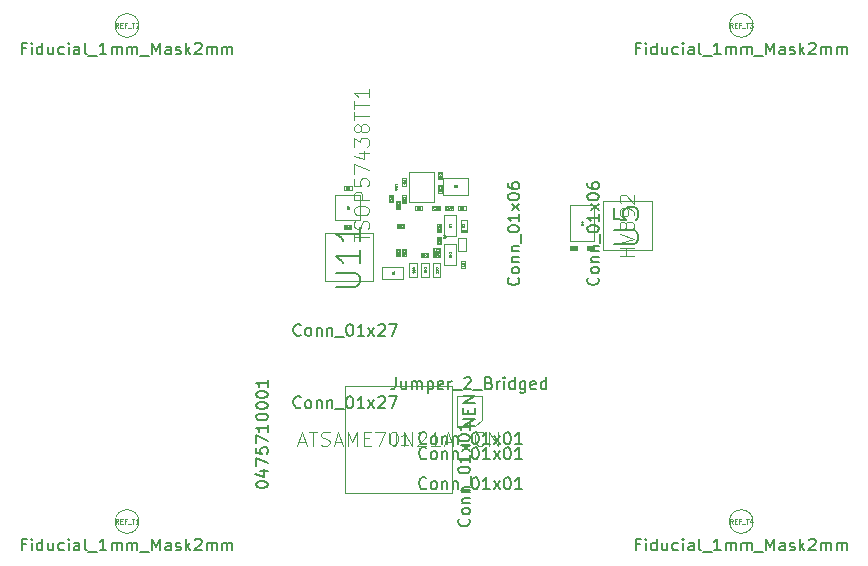
<source format=gbr>
G04 #@! TF.GenerationSoftware,KiCad,Pcbnew,(5.1.5)-3*
G04 #@! TF.CreationDate,2020-10-01T12:08:49+09:00*
G04 #@! TF.ProjectId,WF_Board,57465f42-6f61-4726-942e-6b696361645f,rev?*
G04 #@! TF.SameCoordinates,Original*
G04 #@! TF.FileFunction,Other,Fab,Top*
%FSLAX46Y46*%
G04 Gerber Fmt 4.6, Leading zero omitted, Abs format (unit mm)*
G04 Created by KiCad (PCBNEW (5.1.5)-3) date 2020-10-01 12:08:49*
%MOMM*%
%LPD*%
G04 APERTURE LIST*
%ADD10C,0.100000*%
%ADD11C,0.120000*%
%ADD12C,0.150000*%
%ADD13C,0.200000*%
%ADD14C,0.025400*%
%ADD15C,0.060000*%
G04 APERTURE END LIST*
D10*
X142020000Y-107411160D02*
X141495000Y-107936160D01*
X142020000Y-105396160D02*
X142020000Y-107411160D01*
X139920000Y-105396160D02*
X142020000Y-105396160D01*
X139920000Y-107936160D02*
X139920000Y-105396160D01*
X141495000Y-107936160D02*
X139920000Y-107936160D01*
D11*
X152279940Y-93045540D02*
X152279940Y-88885540D01*
X156439940Y-93045540D02*
X152279940Y-93045540D01*
X156439940Y-88885540D02*
X156439940Y-93045540D01*
X152279940Y-88885540D02*
X156439940Y-88885540D01*
X138507920Y-92810780D02*
X138507920Y-93150780D01*
X138507920Y-93150780D02*
X137867920Y-93150780D01*
X137867920Y-93150780D02*
X137867920Y-92810780D01*
X137867920Y-92810780D02*
X138507920Y-92810780D01*
X137876480Y-94111700D02*
X138536480Y-94111700D01*
X138536480Y-94111700D02*
X138536480Y-95271700D01*
X138536480Y-95271700D02*
X137876480Y-95271700D01*
X137876480Y-95271700D02*
X137876480Y-94111700D01*
X135485320Y-90778780D02*
X135485320Y-91118780D01*
X135485320Y-91118780D02*
X134845320Y-91118780D01*
X134845320Y-91118780D02*
X134845320Y-90778780D01*
X134845320Y-90778780D02*
X135485320Y-90778780D01*
X135910520Y-95266620D02*
X135910520Y-94106620D01*
X136570520Y-95266620D02*
X135910520Y-95266620D01*
X136570520Y-94106620D02*
X136570520Y-95266620D01*
X135910520Y-94106620D02*
X136570520Y-94106620D01*
X134766720Y-88876180D02*
X135106720Y-88876180D01*
X135106720Y-88876180D02*
X135106720Y-89516180D01*
X135106720Y-89516180D02*
X134766720Y-89516180D01*
X134766720Y-89516180D02*
X134766720Y-88876180D01*
X138271920Y-90831980D02*
X138611920Y-90831980D01*
X138611920Y-90831980D02*
X138611920Y-91471980D01*
X138611920Y-91471980D02*
X138271920Y-91471980D01*
X138271920Y-91471980D02*
X138271920Y-90831980D01*
X138876320Y-94292580D02*
X138876320Y-92532580D01*
X139836320Y-94292580D02*
X138876320Y-94292580D01*
X139836320Y-92532580D02*
X139836320Y-94292580D01*
X138876320Y-92532580D02*
X139836320Y-92532580D01*
X138322720Y-87504580D02*
X138662720Y-87504580D01*
X138662720Y-87504580D02*
X138662720Y-88144580D01*
X138662720Y-88144580D02*
X138322720Y-88144580D01*
X138322720Y-88144580D02*
X138322720Y-87504580D01*
X138856320Y-90023380D02*
X139856320Y-90023380D01*
X139856320Y-90023380D02*
X139856320Y-91823380D01*
X139856320Y-91823380D02*
X138856320Y-91823380D01*
X138856320Y-91823380D02*
X138856320Y-90023380D01*
X151572560Y-89186800D02*
X151572560Y-92286800D01*
X149472560Y-89186800D02*
X151572560Y-89186800D01*
X149472560Y-92286800D02*
X149472560Y-89186800D01*
X151572560Y-92286800D02*
X149472560Y-92286800D01*
X131710140Y-88391340D02*
X131710140Y-90451340D01*
X129650140Y-88391340D02*
X131710140Y-88391340D01*
X129650140Y-90451340D02*
X129650140Y-88391340D01*
X131710140Y-90451340D02*
X129650140Y-90451340D01*
X130444780Y-104514440D02*
X139504780Y-104514440D01*
X130444780Y-113574440D02*
X130444780Y-104514440D01*
X139504780Y-113574440D02*
X130444780Y-113574440D01*
X139504780Y-104514440D02*
X139504780Y-113574440D01*
X132819800Y-91605840D02*
X132819800Y-95665840D01*
X128759800Y-91605840D02*
X132819800Y-91605840D01*
X128759800Y-95665840D02*
X128759800Y-91605840D01*
X132819800Y-95665840D02*
X128759800Y-95665840D01*
X140893520Y-88321380D02*
X138733520Y-88321380D01*
X140893520Y-86921380D02*
X140893520Y-88321380D01*
X138733520Y-86921380D02*
X140893520Y-86921380D01*
X138733520Y-88321380D02*
X138733520Y-86921380D01*
X135913320Y-86366780D02*
X137973320Y-86366780D01*
X137973320Y-86366780D02*
X137973320Y-88926780D01*
X137973320Y-88926780D02*
X135913320Y-88926780D01*
X135913320Y-88926780D02*
X135913320Y-86366780D01*
D10*
X113000000Y-116000000D02*
G75*
G03X113000000Y-116000000I-1000000J0D01*
G01*
X165000000Y-116000000D02*
G75*
G03X165000000Y-116000000I-1000000J0D01*
G01*
X165000000Y-74000000D02*
G75*
G03X165000000Y-74000000I-1000000J0D01*
G01*
X113000000Y-74000000D02*
G75*
G03X113000000Y-74000000I-1000000J0D01*
G01*
D11*
X130985540Y-90921140D02*
X130985540Y-91261140D01*
X130985540Y-91261140D02*
X130345540Y-91261140D01*
X130345540Y-91261140D02*
X130345540Y-90921140D01*
X130345540Y-90921140D02*
X130985540Y-90921140D01*
X135249320Y-92889380D02*
X135589320Y-92889380D01*
X135589320Y-92889380D02*
X135589320Y-93529380D01*
X135589320Y-93529380D02*
X135249320Y-93529380D01*
X135249320Y-93529380D02*
X135249320Y-92889380D01*
X137491920Y-93267980D02*
X137491920Y-93607980D01*
X137491920Y-93607980D02*
X136851920Y-93607980D01*
X136851920Y-93607980D02*
X136851920Y-93267980D01*
X136851920Y-93267980D02*
X137491920Y-93267980D01*
X134207920Y-88342780D02*
X134547920Y-88342780D01*
X134547920Y-88342780D02*
X134547920Y-88982780D01*
X134547920Y-88982780D02*
X134207920Y-88982780D01*
X134207920Y-88982780D02*
X134207920Y-88342780D01*
X137009320Y-89280180D02*
X137009320Y-89620180D01*
X137009320Y-89620180D02*
X136369320Y-89620180D01*
X136369320Y-89620180D02*
X136369320Y-89280180D01*
X136369320Y-89280180D02*
X137009320Y-89280180D01*
X138507920Y-93293380D02*
X138507920Y-93633380D01*
X138507920Y-93633380D02*
X137867920Y-93633380D01*
X137867920Y-93633380D02*
X137867920Y-93293380D01*
X137867920Y-93293380D02*
X138507920Y-93293380D01*
X140026920Y-89620180D02*
X140026920Y-89280180D01*
X140026920Y-89280180D02*
X140666920Y-89280180D01*
X140666920Y-89280180D02*
X140666920Y-89620180D01*
X140666920Y-89620180D02*
X140026920Y-89620180D01*
X137842520Y-89620180D02*
X137842520Y-89280180D01*
X137842520Y-89280180D02*
X138482520Y-89280180D01*
X138482520Y-89280180D02*
X138482520Y-89620180D01*
X138482520Y-89620180D02*
X137842520Y-89620180D01*
X138934720Y-89620180D02*
X138934720Y-89280180D01*
X138934720Y-89280180D02*
X139574720Y-89280180D01*
X139574720Y-89280180D02*
X139574720Y-89620180D01*
X139574720Y-89620180D02*
X138934720Y-89620180D01*
X134741320Y-92889380D02*
X135081320Y-92889380D01*
X135081320Y-92889380D02*
X135081320Y-93529380D01*
X135081320Y-93529380D02*
X134741320Y-93529380D01*
X134741320Y-93529380D02*
X134741320Y-92889380D01*
X138611920Y-92538780D02*
X138271920Y-92538780D01*
X138271920Y-92538780D02*
X138271920Y-91898780D01*
X138271920Y-91898780D02*
X138611920Y-91898780D01*
X138611920Y-91898780D02*
X138611920Y-92538780D01*
X135274720Y-88389180D02*
X135614720Y-88389180D01*
X135614720Y-88389180D02*
X135614720Y-89029180D01*
X135614720Y-89029180D02*
X135274720Y-89029180D01*
X135274720Y-89029180D02*
X135274720Y-88389180D01*
X140303920Y-93930780D02*
X140643920Y-93930780D01*
X140643920Y-93930780D02*
X140643920Y-94570780D01*
X140643920Y-94570780D02*
X140303920Y-94570780D01*
X140303920Y-94570780D02*
X140303920Y-93930780D01*
X138322720Y-87026980D02*
X138322720Y-86386980D01*
X138662720Y-87026980D02*
X138322720Y-87026980D01*
X138662720Y-86386980D02*
X138662720Y-87026980D01*
X138322720Y-86386980D02*
X138662720Y-86386980D01*
X135407760Y-95435040D02*
X133607760Y-95435040D01*
X135407760Y-94435040D02*
X135407760Y-95435040D01*
X133607760Y-94435040D02*
X135407760Y-94435040D01*
X133607760Y-95435040D02*
X133607760Y-94435040D01*
X136888420Y-94096460D02*
X137548420Y-94096460D01*
X137548420Y-94096460D02*
X137548420Y-95256460D01*
X137548420Y-95256460D02*
X136888420Y-95256460D01*
X136888420Y-95256460D02*
X136888420Y-94096460D01*
X135249320Y-86920380D02*
X135589320Y-86920380D01*
X135589320Y-86920380D02*
X135589320Y-87560380D01*
X135589320Y-87560380D02*
X135249320Y-87560380D01*
X135249320Y-87560380D02*
X135249320Y-86920380D01*
X140686920Y-93088980D02*
X140006920Y-93088980D01*
X140006920Y-93088980D02*
X140006920Y-92008980D01*
X140006920Y-92008980D02*
X140686920Y-92008980D01*
X140686920Y-92008980D02*
X140686920Y-93088980D01*
D10*
X140760120Y-91499580D02*
X140260120Y-91499580D01*
X140260120Y-91499580D02*
X140260120Y-90499580D01*
X140260120Y-90499580D02*
X140760120Y-90499580D01*
X140760120Y-90499580D02*
X140760120Y-91499580D01*
X140760120Y-91399580D02*
X140260120Y-91399580D01*
X140760120Y-91299580D02*
X140260120Y-91299580D01*
D11*
X131010940Y-87593740D02*
X131010940Y-87933740D01*
X131010940Y-87933740D02*
X130370940Y-87933740D01*
X130370940Y-87933740D02*
X130370940Y-87593740D01*
X130370940Y-87593740D02*
X131010940Y-87593740D01*
X149479140Y-92984660D02*
X149479140Y-92644660D01*
X149479140Y-92644660D02*
X150119140Y-92644660D01*
X150119140Y-92644660D02*
X150119140Y-92984660D01*
X150119140Y-92984660D02*
X149479140Y-92984660D01*
X150926940Y-92984660D02*
X150926940Y-92644660D01*
X150926940Y-92644660D02*
X151566940Y-92644660D01*
X151566940Y-92644660D02*
X151566940Y-92984660D01*
X151566940Y-92984660D02*
X150926940Y-92984660D01*
D12*
X134731904Y-103788540D02*
X134731904Y-104502826D01*
X134684285Y-104645683D01*
X134589047Y-104740921D01*
X134446190Y-104788540D01*
X134350952Y-104788540D01*
X135636666Y-104121874D02*
X135636666Y-104788540D01*
X135208095Y-104121874D02*
X135208095Y-104645683D01*
X135255714Y-104740921D01*
X135350952Y-104788540D01*
X135493809Y-104788540D01*
X135589047Y-104740921D01*
X135636666Y-104693302D01*
X136112857Y-104788540D02*
X136112857Y-104121874D01*
X136112857Y-104217112D02*
X136160476Y-104169493D01*
X136255714Y-104121874D01*
X136398571Y-104121874D01*
X136493809Y-104169493D01*
X136541428Y-104264731D01*
X136541428Y-104788540D01*
X136541428Y-104264731D02*
X136589047Y-104169493D01*
X136684285Y-104121874D01*
X136827142Y-104121874D01*
X136922380Y-104169493D01*
X136970000Y-104264731D01*
X136970000Y-104788540D01*
X137446190Y-104121874D02*
X137446190Y-105121874D01*
X137446190Y-104169493D02*
X137541428Y-104121874D01*
X137731904Y-104121874D01*
X137827142Y-104169493D01*
X137874761Y-104217112D01*
X137922380Y-104312350D01*
X137922380Y-104598064D01*
X137874761Y-104693302D01*
X137827142Y-104740921D01*
X137731904Y-104788540D01*
X137541428Y-104788540D01*
X137446190Y-104740921D01*
X138731904Y-104740921D02*
X138636666Y-104788540D01*
X138446190Y-104788540D01*
X138350952Y-104740921D01*
X138303333Y-104645683D01*
X138303333Y-104264731D01*
X138350952Y-104169493D01*
X138446190Y-104121874D01*
X138636666Y-104121874D01*
X138731904Y-104169493D01*
X138779523Y-104264731D01*
X138779523Y-104359969D01*
X138303333Y-104455207D01*
X139208095Y-104788540D02*
X139208095Y-104121874D01*
X139208095Y-104312350D02*
X139255714Y-104217112D01*
X139303333Y-104169493D01*
X139398571Y-104121874D01*
X139493809Y-104121874D01*
X139589047Y-104883779D02*
X140350952Y-104883779D01*
X140541428Y-103883779D02*
X140589047Y-103836160D01*
X140684285Y-103788540D01*
X140922380Y-103788540D01*
X141017619Y-103836160D01*
X141065238Y-103883779D01*
X141112857Y-103979017D01*
X141112857Y-104074255D01*
X141065238Y-104217112D01*
X140493809Y-104788540D01*
X141112857Y-104788540D01*
X141303333Y-104883779D02*
X142065238Y-104883779D01*
X142636666Y-104264731D02*
X142779523Y-104312350D01*
X142827142Y-104359969D01*
X142874761Y-104455207D01*
X142874761Y-104598064D01*
X142827142Y-104693302D01*
X142779523Y-104740921D01*
X142684285Y-104788540D01*
X142303333Y-104788540D01*
X142303333Y-103788540D01*
X142636666Y-103788540D01*
X142731904Y-103836160D01*
X142779523Y-103883779D01*
X142827142Y-103979017D01*
X142827142Y-104074255D01*
X142779523Y-104169493D01*
X142731904Y-104217112D01*
X142636666Y-104264731D01*
X142303333Y-104264731D01*
X143303333Y-104788540D02*
X143303333Y-104121874D01*
X143303333Y-104312350D02*
X143350952Y-104217112D01*
X143398571Y-104169493D01*
X143493809Y-104121874D01*
X143589047Y-104121874D01*
X143922380Y-104788540D02*
X143922380Y-104121874D01*
X143922380Y-103788540D02*
X143874761Y-103836160D01*
X143922380Y-103883779D01*
X143970000Y-103836160D01*
X143922380Y-103788540D01*
X143922380Y-103883779D01*
X144827142Y-104788540D02*
X144827142Y-103788540D01*
X144827142Y-104740921D02*
X144731904Y-104788540D01*
X144541428Y-104788540D01*
X144446190Y-104740921D01*
X144398571Y-104693302D01*
X144350952Y-104598064D01*
X144350952Y-104312350D01*
X144398571Y-104217112D01*
X144446190Y-104169493D01*
X144541428Y-104121874D01*
X144731904Y-104121874D01*
X144827142Y-104169493D01*
X145731904Y-104121874D02*
X145731904Y-104931398D01*
X145684285Y-105026636D01*
X145636666Y-105074255D01*
X145541428Y-105121874D01*
X145398571Y-105121874D01*
X145303333Y-105074255D01*
X145731904Y-104740921D02*
X145636666Y-104788540D01*
X145446190Y-104788540D01*
X145350952Y-104740921D01*
X145303333Y-104693302D01*
X145255714Y-104598064D01*
X145255714Y-104312350D01*
X145303333Y-104217112D01*
X145350952Y-104169493D01*
X145446190Y-104121874D01*
X145636666Y-104121874D01*
X145731904Y-104169493D01*
X146589047Y-104740921D02*
X146493809Y-104788540D01*
X146303333Y-104788540D01*
X146208095Y-104740921D01*
X146160476Y-104645683D01*
X146160476Y-104264731D01*
X146208095Y-104169493D01*
X146303333Y-104121874D01*
X146493809Y-104121874D01*
X146589047Y-104169493D01*
X146636666Y-104264731D01*
X146636666Y-104359969D01*
X146160476Y-104455207D01*
X147493809Y-104788540D02*
X147493809Y-103788540D01*
X147493809Y-104740921D02*
X147398571Y-104788540D01*
X147208095Y-104788540D01*
X147112857Y-104740921D01*
X147065238Y-104693302D01*
X147017619Y-104598064D01*
X147017619Y-104312350D01*
X147065238Y-104217112D01*
X147112857Y-104169493D01*
X147208095Y-104121874D01*
X147398571Y-104121874D01*
X147493809Y-104169493D01*
X141422380Y-107928064D02*
X140422380Y-107928064D01*
X141422380Y-107356636D01*
X140422380Y-107356636D01*
X140898571Y-106880445D02*
X140898571Y-106547112D01*
X141422380Y-106404255D02*
X141422380Y-106880445D01*
X140422380Y-106880445D01*
X140422380Y-106404255D01*
X141422380Y-105975683D02*
X140422380Y-105975683D01*
X141422380Y-105404255D01*
X140422380Y-105404255D01*
D11*
X154902797Y-93536968D02*
X153702797Y-93536968D01*
X154274225Y-93536968D02*
X154274225Y-92851254D01*
X154902797Y-92851254D02*
X153702797Y-92851254D01*
X153702797Y-92451254D02*
X154902797Y-92051254D01*
X153702797Y-91651254D01*
X154217082Y-91079825D02*
X154159940Y-91194111D01*
X154102797Y-91251254D01*
X153988511Y-91308397D01*
X153931368Y-91308397D01*
X153817082Y-91251254D01*
X153759940Y-91194111D01*
X153702797Y-91079825D01*
X153702797Y-90851254D01*
X153759940Y-90736968D01*
X153817082Y-90679825D01*
X153931368Y-90622682D01*
X153988511Y-90622682D01*
X154102797Y-90679825D01*
X154159940Y-90736968D01*
X154217082Y-90851254D01*
X154217082Y-91079825D01*
X154274225Y-91194111D01*
X154331368Y-91251254D01*
X154445654Y-91308397D01*
X154674225Y-91308397D01*
X154788511Y-91251254D01*
X154845654Y-91194111D01*
X154902797Y-91079825D01*
X154902797Y-90851254D01*
X154845654Y-90736968D01*
X154788511Y-90679825D01*
X154674225Y-90622682D01*
X154445654Y-90622682D01*
X154331368Y-90679825D01*
X154274225Y-90736968D01*
X154217082Y-90851254D01*
X154902797Y-90051254D02*
X154902797Y-89822682D01*
X154845654Y-89708397D01*
X154788511Y-89651254D01*
X154617082Y-89536968D01*
X154388511Y-89479825D01*
X153931368Y-89479825D01*
X153817082Y-89536968D01*
X153759940Y-89594111D01*
X153702797Y-89708397D01*
X153702797Y-89936968D01*
X153759940Y-90051254D01*
X153817082Y-90108397D01*
X153931368Y-90165540D01*
X154217082Y-90165540D01*
X154331368Y-90108397D01*
X154388511Y-90051254D01*
X154445654Y-89936968D01*
X154445654Y-89708397D01*
X154388511Y-89594111D01*
X154331368Y-89536968D01*
X154217082Y-89479825D01*
X153817082Y-89022682D02*
X153759940Y-88965540D01*
X153702797Y-88851254D01*
X153702797Y-88565540D01*
X153759940Y-88451254D01*
X153817082Y-88394111D01*
X153931368Y-88336968D01*
X154045654Y-88336968D01*
X154217082Y-88394111D01*
X154902797Y-89079825D01*
X154902797Y-88336968D01*
D13*
X153264701Y-92489349D02*
X154883749Y-92489349D01*
X155074225Y-92394111D01*
X155169463Y-92298873D01*
X155264701Y-92108397D01*
X155264701Y-91727444D01*
X155169463Y-91536968D01*
X155074225Y-91441730D01*
X154883749Y-91346492D01*
X153264701Y-91346492D01*
X153264701Y-89441730D02*
X153264701Y-90394111D01*
X154217082Y-90489349D01*
X154121844Y-90394111D01*
X154026606Y-90203635D01*
X154026606Y-89727444D01*
X154121844Y-89536968D01*
X154217082Y-89441730D01*
X154407559Y-89346492D01*
X154883749Y-89346492D01*
X155074225Y-89441730D01*
X155169463Y-89536968D01*
X155264701Y-89727444D01*
X155264701Y-90203635D01*
X155169463Y-90394111D01*
X155074225Y-90489349D01*
D14*
X138302220Y-92917280D02*
X138310686Y-92908813D01*
X138336086Y-92900346D01*
X138353020Y-92900346D01*
X138378420Y-92908813D01*
X138395353Y-92925746D01*
X138403820Y-92942680D01*
X138412286Y-92976546D01*
X138412286Y-93001946D01*
X138403820Y-93035813D01*
X138395353Y-93052746D01*
X138378420Y-93069680D01*
X138353020Y-93078146D01*
X138336086Y-93078146D01*
X138310686Y-93069680D01*
X138302220Y-93061213D01*
X138242953Y-93078146D02*
X138132886Y-93078146D01*
X138192153Y-93010413D01*
X138166753Y-93010413D01*
X138149820Y-93001946D01*
X138141353Y-92993480D01*
X138132886Y-92976546D01*
X138132886Y-92934213D01*
X138141353Y-92917280D01*
X138149820Y-92908813D01*
X138166753Y-92900346D01*
X138217553Y-92900346D01*
X138234486Y-92908813D01*
X138242953Y-92917280D01*
X138073620Y-93078146D02*
X137955086Y-93078146D01*
X138031286Y-92900346D01*
X138142980Y-94577400D02*
X138134513Y-94568933D01*
X138126046Y-94543533D01*
X138126046Y-94526600D01*
X138134513Y-94501200D01*
X138151446Y-94484266D01*
X138168380Y-94475800D01*
X138202246Y-94467333D01*
X138227646Y-94467333D01*
X138261513Y-94475800D01*
X138278446Y-94484266D01*
X138295380Y-94501200D01*
X138303846Y-94526600D01*
X138303846Y-94543533D01*
X138295380Y-94568933D01*
X138286913Y-94577400D01*
X138244580Y-94729800D02*
X138126046Y-94729800D01*
X138312313Y-94687466D02*
X138185313Y-94645133D01*
X138185313Y-94755200D01*
X138303846Y-94806000D02*
X138303846Y-94916066D01*
X138236113Y-94856800D01*
X138236113Y-94882200D01*
X138227646Y-94899133D01*
X138219180Y-94907600D01*
X138202246Y-94916066D01*
X138159913Y-94916066D01*
X138142980Y-94907600D01*
X138134513Y-94899133D01*
X138126046Y-94882200D01*
X138126046Y-94831400D01*
X138134513Y-94814466D01*
X138142980Y-94806000D01*
X135279620Y-90885280D02*
X135288086Y-90876813D01*
X135313486Y-90868346D01*
X135330420Y-90868346D01*
X135355820Y-90876813D01*
X135372753Y-90893746D01*
X135381220Y-90910680D01*
X135389686Y-90944546D01*
X135389686Y-90969946D01*
X135381220Y-91003813D01*
X135372753Y-91020746D01*
X135355820Y-91037680D01*
X135330420Y-91046146D01*
X135313486Y-91046146D01*
X135288086Y-91037680D01*
X135279620Y-91029213D01*
X135220353Y-91046146D02*
X135110286Y-91046146D01*
X135169553Y-90978413D01*
X135144153Y-90978413D01*
X135127220Y-90969946D01*
X135118753Y-90961480D01*
X135110286Y-90944546D01*
X135110286Y-90902213D01*
X135118753Y-90885280D01*
X135127220Y-90876813D01*
X135144153Y-90868346D01*
X135194953Y-90868346D01*
X135211886Y-90876813D01*
X135220353Y-90885280D01*
X135008686Y-90969946D02*
X135025620Y-90978413D01*
X135034086Y-90986880D01*
X135042553Y-91003813D01*
X135042553Y-91012280D01*
X135034086Y-91029213D01*
X135025620Y-91037680D01*
X135008686Y-91046146D01*
X134974820Y-91046146D01*
X134957886Y-91037680D01*
X134949420Y-91029213D01*
X134940953Y-91012280D01*
X134940953Y-91003813D01*
X134949420Y-90986880D01*
X134957886Y-90978413D01*
X134974820Y-90969946D01*
X135008686Y-90969946D01*
X135025620Y-90961480D01*
X135034086Y-90953013D01*
X135042553Y-90936080D01*
X135042553Y-90902213D01*
X135034086Y-90885280D01*
X135025620Y-90876813D01*
X135008686Y-90868346D01*
X134974820Y-90868346D01*
X134957886Y-90876813D01*
X134949420Y-90885280D01*
X134940953Y-90902213D01*
X134940953Y-90936080D01*
X134949420Y-90953013D01*
X134957886Y-90961480D01*
X134974820Y-90969946D01*
X136177020Y-94572320D02*
X136168553Y-94563853D01*
X136160086Y-94538453D01*
X136160086Y-94521520D01*
X136168553Y-94496120D01*
X136185486Y-94479186D01*
X136202420Y-94470720D01*
X136236286Y-94462253D01*
X136261686Y-94462253D01*
X136295553Y-94470720D01*
X136312486Y-94479186D01*
X136329420Y-94496120D01*
X136337886Y-94521520D01*
X136337886Y-94538453D01*
X136329420Y-94563853D01*
X136320953Y-94572320D01*
X136278620Y-94724720D02*
X136160086Y-94724720D01*
X136346353Y-94682386D02*
X136219353Y-94640053D01*
X136219353Y-94750120D01*
X136278620Y-94894053D02*
X136160086Y-94894053D01*
X136346353Y-94851720D02*
X136219353Y-94809386D01*
X136219353Y-94919453D01*
X134873220Y-89081880D02*
X134864753Y-89073413D01*
X134856286Y-89048013D01*
X134856286Y-89031080D01*
X134864753Y-89005680D01*
X134881686Y-88988746D01*
X134898620Y-88980280D01*
X134932486Y-88971813D01*
X134957886Y-88971813D01*
X134991753Y-88980280D01*
X135008686Y-88988746D01*
X135025620Y-89005680D01*
X135034086Y-89031080D01*
X135034086Y-89048013D01*
X135025620Y-89073413D01*
X135017153Y-89081880D01*
X134974820Y-89234280D02*
X134856286Y-89234280D01*
X135042553Y-89191946D02*
X134915553Y-89149613D01*
X134915553Y-89259680D01*
X135017153Y-89318946D02*
X135025620Y-89327413D01*
X135034086Y-89344346D01*
X135034086Y-89386680D01*
X135025620Y-89403613D01*
X135017153Y-89412080D01*
X135000220Y-89420546D01*
X134983286Y-89420546D01*
X134957886Y-89412080D01*
X134856286Y-89310480D01*
X134856286Y-89420546D01*
X138378420Y-91037680D02*
X138369953Y-91029213D01*
X138361486Y-91003813D01*
X138361486Y-90986880D01*
X138369953Y-90961480D01*
X138386886Y-90944546D01*
X138403820Y-90936080D01*
X138437686Y-90927613D01*
X138463086Y-90927613D01*
X138496953Y-90936080D01*
X138513886Y-90944546D01*
X138530820Y-90961480D01*
X138539286Y-90986880D01*
X138539286Y-91003813D01*
X138530820Y-91029213D01*
X138522353Y-91037680D01*
X138539286Y-91096946D02*
X138539286Y-91207013D01*
X138471553Y-91147746D01*
X138471553Y-91173146D01*
X138463086Y-91190080D01*
X138454620Y-91198546D01*
X138437686Y-91207013D01*
X138395353Y-91207013D01*
X138378420Y-91198546D01*
X138369953Y-91190080D01*
X138361486Y-91173146D01*
X138361486Y-91122346D01*
X138369953Y-91105413D01*
X138378420Y-91096946D01*
X138539286Y-91359413D02*
X138539286Y-91325546D01*
X138530820Y-91308613D01*
X138522353Y-91300146D01*
X138496953Y-91283213D01*
X138463086Y-91274746D01*
X138395353Y-91274746D01*
X138378420Y-91283213D01*
X138369953Y-91291680D01*
X138361486Y-91308613D01*
X138361486Y-91342480D01*
X138369953Y-91359413D01*
X138378420Y-91367880D01*
X138395353Y-91376346D01*
X138437686Y-91376346D01*
X138454620Y-91367880D01*
X138463086Y-91359413D01*
X138471553Y-91342480D01*
X138471553Y-91308613D01*
X138463086Y-91291680D01*
X138454620Y-91283213D01*
X138437686Y-91274746D01*
X139292820Y-93298280D02*
X139284353Y-93289813D01*
X139275886Y-93264413D01*
X139275886Y-93247480D01*
X139284353Y-93222080D01*
X139301286Y-93205146D01*
X139318220Y-93196680D01*
X139352086Y-93188213D01*
X139377486Y-93188213D01*
X139411353Y-93196680D01*
X139428286Y-93205146D01*
X139445220Y-93222080D01*
X139453686Y-93247480D01*
X139453686Y-93264413D01*
X139445220Y-93289813D01*
X139436753Y-93298280D01*
X139394420Y-93450680D02*
X139275886Y-93450680D01*
X139462153Y-93408346D02*
X139335153Y-93366013D01*
X139335153Y-93476080D01*
X139275886Y-93552280D02*
X139275886Y-93586146D01*
X139284353Y-93603080D01*
X139292820Y-93611546D01*
X139318220Y-93628480D01*
X139352086Y-93636946D01*
X139419820Y-93636946D01*
X139436753Y-93628480D01*
X139445220Y-93620013D01*
X139453686Y-93603080D01*
X139453686Y-93569213D01*
X139445220Y-93552280D01*
X139436753Y-93543813D01*
X139419820Y-93535346D01*
X139377486Y-93535346D01*
X139360553Y-93543813D01*
X139352086Y-93552280D01*
X139343620Y-93569213D01*
X139343620Y-93603080D01*
X139352086Y-93620013D01*
X139360553Y-93628480D01*
X139377486Y-93636946D01*
X138429220Y-87710280D02*
X138420753Y-87701813D01*
X138412286Y-87676413D01*
X138412286Y-87659480D01*
X138420753Y-87634080D01*
X138437686Y-87617146D01*
X138454620Y-87608680D01*
X138488486Y-87600213D01*
X138513886Y-87600213D01*
X138547753Y-87608680D01*
X138564686Y-87617146D01*
X138581620Y-87634080D01*
X138590086Y-87659480D01*
X138590086Y-87676413D01*
X138581620Y-87701813D01*
X138573153Y-87710280D01*
X138590086Y-87769546D02*
X138590086Y-87879613D01*
X138522353Y-87820346D01*
X138522353Y-87845746D01*
X138513886Y-87862680D01*
X138505420Y-87871146D01*
X138488486Y-87879613D01*
X138446153Y-87879613D01*
X138429220Y-87871146D01*
X138420753Y-87862680D01*
X138412286Y-87845746D01*
X138412286Y-87794946D01*
X138420753Y-87778013D01*
X138429220Y-87769546D01*
X138412286Y-88048946D02*
X138412286Y-87947346D01*
X138412286Y-87998146D02*
X138590086Y-87998146D01*
X138564686Y-87981213D01*
X138547753Y-87964280D01*
X138539286Y-87947346D01*
D12*
X122917160Y-112902774D02*
X122917160Y-112807536D01*
X122964780Y-112712298D01*
X123012399Y-112664679D01*
X123107637Y-112617060D01*
X123298113Y-112569441D01*
X123536208Y-112569441D01*
X123726684Y-112617060D01*
X123821922Y-112664679D01*
X123869541Y-112712298D01*
X123917160Y-112807536D01*
X123917160Y-112902774D01*
X123869541Y-112998012D01*
X123821922Y-113045631D01*
X123726684Y-113093250D01*
X123536208Y-113140869D01*
X123298113Y-113140869D01*
X123107637Y-113093250D01*
X123012399Y-113045631D01*
X122964780Y-112998012D01*
X122917160Y-112902774D01*
X123250494Y-111712298D02*
X123917160Y-111712298D01*
X122869541Y-111950393D02*
X123583827Y-112188488D01*
X123583827Y-111569441D01*
X122917160Y-111283726D02*
X122917160Y-110617060D01*
X123917160Y-111045631D01*
X122917160Y-109759917D02*
X122917160Y-110236107D01*
X123393351Y-110283726D01*
X123345732Y-110236107D01*
X123298113Y-110140869D01*
X123298113Y-109902774D01*
X123345732Y-109807536D01*
X123393351Y-109759917D01*
X123488589Y-109712298D01*
X123726684Y-109712298D01*
X123821922Y-109759917D01*
X123869541Y-109807536D01*
X123917160Y-109902774D01*
X123917160Y-110140869D01*
X123869541Y-110236107D01*
X123821922Y-110283726D01*
X122917160Y-109378964D02*
X122917160Y-108712298D01*
X123917160Y-109140869D01*
X123917160Y-107807536D02*
X123917160Y-108378964D01*
X123917160Y-108093250D02*
X122917160Y-108093250D01*
X123060018Y-108188488D01*
X123155256Y-108283726D01*
X123202875Y-108378964D01*
X122917160Y-107188488D02*
X122917160Y-107093250D01*
X122964780Y-106998012D01*
X123012399Y-106950393D01*
X123107637Y-106902774D01*
X123298113Y-106855155D01*
X123536208Y-106855155D01*
X123726684Y-106902774D01*
X123821922Y-106950393D01*
X123869541Y-106998012D01*
X123917160Y-107093250D01*
X123917160Y-107188488D01*
X123869541Y-107283726D01*
X123821922Y-107331345D01*
X123726684Y-107378964D01*
X123536208Y-107426583D01*
X123298113Y-107426583D01*
X123107637Y-107378964D01*
X123012399Y-107331345D01*
X122964780Y-107283726D01*
X122917160Y-107188488D01*
X122917160Y-106236107D02*
X122917160Y-106140869D01*
X122964780Y-106045631D01*
X123012399Y-105998012D01*
X123107637Y-105950393D01*
X123298113Y-105902774D01*
X123536208Y-105902774D01*
X123726684Y-105950393D01*
X123821922Y-105998012D01*
X123869541Y-106045631D01*
X123917160Y-106140869D01*
X123917160Y-106236107D01*
X123869541Y-106331345D01*
X123821922Y-106378964D01*
X123726684Y-106426583D01*
X123536208Y-106474202D01*
X123298113Y-106474202D01*
X123107637Y-106426583D01*
X123012399Y-106378964D01*
X122964780Y-106331345D01*
X122917160Y-106236107D01*
X122917160Y-105283726D02*
X122917160Y-105188488D01*
X122964780Y-105093250D01*
X123012399Y-105045631D01*
X123107637Y-104998012D01*
X123298113Y-104950393D01*
X123536208Y-104950393D01*
X123726684Y-104998012D01*
X123821922Y-105045631D01*
X123869541Y-105093250D01*
X123917160Y-105188488D01*
X123917160Y-105283726D01*
X123869541Y-105378964D01*
X123821922Y-105426583D01*
X123726684Y-105474202D01*
X123536208Y-105521821D01*
X123298113Y-105521821D01*
X123107637Y-105474202D01*
X123012399Y-105426583D01*
X122964780Y-105378964D01*
X122917160Y-105283726D01*
X123917160Y-103998012D02*
X123917160Y-104569441D01*
X123917160Y-104283726D02*
X122917160Y-104283726D01*
X123060018Y-104378964D01*
X123155256Y-104474202D01*
X123202875Y-104569441D01*
X126711504Y-106307022D02*
X126663885Y-106354641D01*
X126521028Y-106402260D01*
X126425790Y-106402260D01*
X126282933Y-106354641D01*
X126187695Y-106259403D01*
X126140076Y-106164165D01*
X126092457Y-105973689D01*
X126092457Y-105830832D01*
X126140076Y-105640356D01*
X126187695Y-105545118D01*
X126282933Y-105449880D01*
X126425790Y-105402260D01*
X126521028Y-105402260D01*
X126663885Y-105449880D01*
X126711504Y-105497499D01*
X127282933Y-106402260D02*
X127187695Y-106354641D01*
X127140076Y-106307022D01*
X127092457Y-106211784D01*
X127092457Y-105926070D01*
X127140076Y-105830832D01*
X127187695Y-105783213D01*
X127282933Y-105735594D01*
X127425790Y-105735594D01*
X127521028Y-105783213D01*
X127568647Y-105830832D01*
X127616266Y-105926070D01*
X127616266Y-106211784D01*
X127568647Y-106307022D01*
X127521028Y-106354641D01*
X127425790Y-106402260D01*
X127282933Y-106402260D01*
X128044838Y-105735594D02*
X128044838Y-106402260D01*
X128044838Y-105830832D02*
X128092457Y-105783213D01*
X128187695Y-105735594D01*
X128330552Y-105735594D01*
X128425790Y-105783213D01*
X128473409Y-105878451D01*
X128473409Y-106402260D01*
X128949600Y-105735594D02*
X128949600Y-106402260D01*
X128949600Y-105830832D02*
X128997219Y-105783213D01*
X129092457Y-105735594D01*
X129235314Y-105735594D01*
X129330552Y-105783213D01*
X129378171Y-105878451D01*
X129378171Y-106402260D01*
X129616266Y-106497499D02*
X130378171Y-106497499D01*
X130806742Y-105402260D02*
X130901980Y-105402260D01*
X130997219Y-105449880D01*
X131044838Y-105497499D01*
X131092457Y-105592737D01*
X131140076Y-105783213D01*
X131140076Y-106021308D01*
X131092457Y-106211784D01*
X131044838Y-106307022D01*
X130997219Y-106354641D01*
X130901980Y-106402260D01*
X130806742Y-106402260D01*
X130711504Y-106354641D01*
X130663885Y-106307022D01*
X130616266Y-106211784D01*
X130568647Y-106021308D01*
X130568647Y-105783213D01*
X130616266Y-105592737D01*
X130663885Y-105497499D01*
X130711504Y-105449880D01*
X130806742Y-105402260D01*
X132092457Y-106402260D02*
X131521028Y-106402260D01*
X131806742Y-106402260D02*
X131806742Y-105402260D01*
X131711504Y-105545118D01*
X131616266Y-105640356D01*
X131521028Y-105687975D01*
X132425790Y-106402260D02*
X132949600Y-105735594D01*
X132425790Y-105735594D02*
X132949600Y-106402260D01*
X133282933Y-105497499D02*
X133330552Y-105449880D01*
X133425790Y-105402260D01*
X133663885Y-105402260D01*
X133759123Y-105449880D01*
X133806742Y-105497499D01*
X133854361Y-105592737D01*
X133854361Y-105687975D01*
X133806742Y-105830832D01*
X133235314Y-106402260D01*
X133854361Y-106402260D01*
X134187695Y-105402260D02*
X134854361Y-105402260D01*
X134425790Y-106402260D01*
X126711504Y-100179142D02*
X126663885Y-100226761D01*
X126521028Y-100274380D01*
X126425790Y-100274380D01*
X126282933Y-100226761D01*
X126187695Y-100131523D01*
X126140076Y-100036285D01*
X126092457Y-99845809D01*
X126092457Y-99702952D01*
X126140076Y-99512476D01*
X126187695Y-99417238D01*
X126282933Y-99322000D01*
X126425790Y-99274380D01*
X126521028Y-99274380D01*
X126663885Y-99322000D01*
X126711504Y-99369619D01*
X127282933Y-100274380D02*
X127187695Y-100226761D01*
X127140076Y-100179142D01*
X127092457Y-100083904D01*
X127092457Y-99798190D01*
X127140076Y-99702952D01*
X127187695Y-99655333D01*
X127282933Y-99607714D01*
X127425790Y-99607714D01*
X127521028Y-99655333D01*
X127568647Y-99702952D01*
X127616266Y-99798190D01*
X127616266Y-100083904D01*
X127568647Y-100179142D01*
X127521028Y-100226761D01*
X127425790Y-100274380D01*
X127282933Y-100274380D01*
X128044838Y-99607714D02*
X128044838Y-100274380D01*
X128044838Y-99702952D02*
X128092457Y-99655333D01*
X128187695Y-99607714D01*
X128330552Y-99607714D01*
X128425790Y-99655333D01*
X128473409Y-99750571D01*
X128473409Y-100274380D01*
X128949600Y-99607714D02*
X128949600Y-100274380D01*
X128949600Y-99702952D02*
X128997219Y-99655333D01*
X129092457Y-99607714D01*
X129235314Y-99607714D01*
X129330552Y-99655333D01*
X129378171Y-99750571D01*
X129378171Y-100274380D01*
X129616266Y-100369619D02*
X130378171Y-100369619D01*
X130806742Y-99274380D02*
X130901980Y-99274380D01*
X130997219Y-99322000D01*
X131044838Y-99369619D01*
X131092457Y-99464857D01*
X131140076Y-99655333D01*
X131140076Y-99893428D01*
X131092457Y-100083904D01*
X131044838Y-100179142D01*
X130997219Y-100226761D01*
X130901980Y-100274380D01*
X130806742Y-100274380D01*
X130711504Y-100226761D01*
X130663885Y-100179142D01*
X130616266Y-100083904D01*
X130568647Y-99893428D01*
X130568647Y-99655333D01*
X130616266Y-99464857D01*
X130663885Y-99369619D01*
X130711504Y-99322000D01*
X130806742Y-99274380D01*
X132092457Y-100274380D02*
X131521028Y-100274380D01*
X131806742Y-100274380D02*
X131806742Y-99274380D01*
X131711504Y-99417238D01*
X131616266Y-99512476D01*
X131521028Y-99560095D01*
X132425790Y-100274380D02*
X132949600Y-99607714D01*
X132425790Y-99607714D02*
X132949600Y-100274380D01*
X133282933Y-99369619D02*
X133330552Y-99322000D01*
X133425790Y-99274380D01*
X133663885Y-99274380D01*
X133759123Y-99322000D01*
X133806742Y-99369619D01*
X133854361Y-99464857D01*
X133854361Y-99560095D01*
X133806742Y-99702952D01*
X133235314Y-100274380D01*
X133854361Y-100274380D01*
X134187695Y-99274380D02*
X134854361Y-99274380D01*
X134425790Y-100274380D01*
X145124442Y-95354575D02*
X145172061Y-95402194D01*
X145219680Y-95545051D01*
X145219680Y-95640289D01*
X145172061Y-95783146D01*
X145076823Y-95878384D01*
X144981585Y-95926003D01*
X144791109Y-95973622D01*
X144648252Y-95973622D01*
X144457776Y-95926003D01*
X144362538Y-95878384D01*
X144267300Y-95783146D01*
X144219680Y-95640289D01*
X144219680Y-95545051D01*
X144267300Y-95402194D01*
X144314919Y-95354575D01*
X145219680Y-94783146D02*
X145172061Y-94878384D01*
X145124442Y-94926003D01*
X145029204Y-94973622D01*
X144743490Y-94973622D01*
X144648252Y-94926003D01*
X144600633Y-94878384D01*
X144553014Y-94783146D01*
X144553014Y-94640289D01*
X144600633Y-94545051D01*
X144648252Y-94497432D01*
X144743490Y-94449813D01*
X145029204Y-94449813D01*
X145124442Y-94497432D01*
X145172061Y-94545051D01*
X145219680Y-94640289D01*
X145219680Y-94783146D01*
X144553014Y-94021241D02*
X145219680Y-94021241D01*
X144648252Y-94021241D02*
X144600633Y-93973622D01*
X144553014Y-93878384D01*
X144553014Y-93735527D01*
X144600633Y-93640289D01*
X144695871Y-93592670D01*
X145219680Y-93592670D01*
X144553014Y-93116480D02*
X145219680Y-93116480D01*
X144648252Y-93116480D02*
X144600633Y-93068860D01*
X144553014Y-92973622D01*
X144553014Y-92830765D01*
X144600633Y-92735527D01*
X144695871Y-92687908D01*
X145219680Y-92687908D01*
X145314919Y-92449813D02*
X145314919Y-91687908D01*
X144219680Y-91259337D02*
X144219680Y-91164099D01*
X144267300Y-91068860D01*
X144314919Y-91021241D01*
X144410157Y-90973622D01*
X144600633Y-90926003D01*
X144838728Y-90926003D01*
X145029204Y-90973622D01*
X145124442Y-91021241D01*
X145172061Y-91068860D01*
X145219680Y-91164099D01*
X145219680Y-91259337D01*
X145172061Y-91354575D01*
X145124442Y-91402194D01*
X145029204Y-91449813D01*
X144838728Y-91497432D01*
X144600633Y-91497432D01*
X144410157Y-91449813D01*
X144314919Y-91402194D01*
X144267300Y-91354575D01*
X144219680Y-91259337D01*
X145219680Y-89973622D02*
X145219680Y-90545051D01*
X145219680Y-90259337D02*
X144219680Y-90259337D01*
X144362538Y-90354575D01*
X144457776Y-90449813D01*
X144505395Y-90545051D01*
X145219680Y-89640289D02*
X144553014Y-89116480D01*
X144553014Y-89640289D02*
X145219680Y-89116480D01*
X144219680Y-88545051D02*
X144219680Y-88449813D01*
X144267300Y-88354575D01*
X144314919Y-88306956D01*
X144410157Y-88259337D01*
X144600633Y-88211718D01*
X144838728Y-88211718D01*
X145029204Y-88259337D01*
X145124442Y-88306956D01*
X145172061Y-88354575D01*
X145219680Y-88449813D01*
X145219680Y-88545051D01*
X145172061Y-88640289D01*
X145124442Y-88687908D01*
X145029204Y-88735527D01*
X144838728Y-88783146D01*
X144600633Y-88783146D01*
X144410157Y-88735527D01*
X144314919Y-88687908D01*
X144267300Y-88640289D01*
X144219680Y-88545051D01*
X144219680Y-87354575D02*
X144219680Y-87545051D01*
X144267300Y-87640289D01*
X144314919Y-87687908D01*
X144457776Y-87783146D01*
X144648252Y-87830765D01*
X145029204Y-87830765D01*
X145124442Y-87783146D01*
X145172061Y-87735527D01*
X145219680Y-87640289D01*
X145219680Y-87449813D01*
X145172061Y-87354575D01*
X145124442Y-87306956D01*
X145029204Y-87259337D01*
X144791109Y-87259337D01*
X144695871Y-87306956D01*
X144648252Y-87354575D01*
X144600633Y-87449813D01*
X144600633Y-87640289D01*
X144648252Y-87735527D01*
X144695871Y-87783146D01*
X144791109Y-87830765D01*
X151865602Y-95355895D02*
X151913221Y-95403514D01*
X151960840Y-95546371D01*
X151960840Y-95641609D01*
X151913221Y-95784466D01*
X151817983Y-95879704D01*
X151722745Y-95927323D01*
X151532269Y-95974942D01*
X151389412Y-95974942D01*
X151198936Y-95927323D01*
X151103698Y-95879704D01*
X151008460Y-95784466D01*
X150960840Y-95641609D01*
X150960840Y-95546371D01*
X151008460Y-95403514D01*
X151056079Y-95355895D01*
X151960840Y-94784466D02*
X151913221Y-94879704D01*
X151865602Y-94927323D01*
X151770364Y-94974942D01*
X151484650Y-94974942D01*
X151389412Y-94927323D01*
X151341793Y-94879704D01*
X151294174Y-94784466D01*
X151294174Y-94641609D01*
X151341793Y-94546371D01*
X151389412Y-94498752D01*
X151484650Y-94451133D01*
X151770364Y-94451133D01*
X151865602Y-94498752D01*
X151913221Y-94546371D01*
X151960840Y-94641609D01*
X151960840Y-94784466D01*
X151294174Y-94022561D02*
X151960840Y-94022561D01*
X151389412Y-94022561D02*
X151341793Y-93974942D01*
X151294174Y-93879704D01*
X151294174Y-93736847D01*
X151341793Y-93641609D01*
X151437031Y-93593990D01*
X151960840Y-93593990D01*
X151294174Y-93117800D02*
X151960840Y-93117800D01*
X151389412Y-93117800D02*
X151341793Y-93070180D01*
X151294174Y-92974942D01*
X151294174Y-92832085D01*
X151341793Y-92736847D01*
X151437031Y-92689228D01*
X151960840Y-92689228D01*
X152056079Y-92451133D02*
X152056079Y-91689228D01*
X150960840Y-91260657D02*
X150960840Y-91165419D01*
X151008460Y-91070180D01*
X151056079Y-91022561D01*
X151151317Y-90974942D01*
X151341793Y-90927323D01*
X151579888Y-90927323D01*
X151770364Y-90974942D01*
X151865602Y-91022561D01*
X151913221Y-91070180D01*
X151960840Y-91165419D01*
X151960840Y-91260657D01*
X151913221Y-91355895D01*
X151865602Y-91403514D01*
X151770364Y-91451133D01*
X151579888Y-91498752D01*
X151341793Y-91498752D01*
X151151317Y-91451133D01*
X151056079Y-91403514D01*
X151008460Y-91355895D01*
X150960840Y-91260657D01*
X151960840Y-89974942D02*
X151960840Y-90546371D01*
X151960840Y-90260657D02*
X150960840Y-90260657D01*
X151103698Y-90355895D01*
X151198936Y-90451133D01*
X151246555Y-90546371D01*
X151960840Y-89641609D02*
X151294174Y-89117800D01*
X151294174Y-89641609D02*
X151960840Y-89117800D01*
X150960840Y-88546371D02*
X150960840Y-88451133D01*
X151008460Y-88355895D01*
X151056079Y-88308276D01*
X151151317Y-88260657D01*
X151341793Y-88213038D01*
X151579888Y-88213038D01*
X151770364Y-88260657D01*
X151865602Y-88308276D01*
X151913221Y-88355895D01*
X151960840Y-88451133D01*
X151960840Y-88546371D01*
X151913221Y-88641609D01*
X151865602Y-88689228D01*
X151770364Y-88736847D01*
X151579888Y-88784466D01*
X151341793Y-88784466D01*
X151151317Y-88736847D01*
X151056079Y-88689228D01*
X151008460Y-88641609D01*
X150960840Y-88546371D01*
X150960840Y-87355895D02*
X150960840Y-87546371D01*
X151008460Y-87641609D01*
X151056079Y-87689228D01*
X151198936Y-87784466D01*
X151389412Y-87832085D01*
X151770364Y-87832085D01*
X151865602Y-87784466D01*
X151913221Y-87736847D01*
X151960840Y-87641609D01*
X151960840Y-87451133D01*
X151913221Y-87355895D01*
X151865602Y-87308276D01*
X151770364Y-87260657D01*
X151532269Y-87260657D01*
X151437031Y-87308276D01*
X151389412Y-87355895D01*
X151341793Y-87451133D01*
X151341793Y-87641609D01*
X151389412Y-87736847D01*
X151437031Y-87784466D01*
X151532269Y-87832085D01*
D14*
X139275886Y-90893746D02*
X139275886Y-90809080D01*
X139453686Y-90809080D01*
X139453686Y-91037680D02*
X139453686Y-90953013D01*
X139369020Y-90944546D01*
X139377486Y-90953013D01*
X139385953Y-90969946D01*
X139385953Y-91012280D01*
X139377486Y-91029213D01*
X139369020Y-91037680D01*
X139352086Y-91046146D01*
X139309753Y-91046146D01*
X139292820Y-91037680D01*
X139284353Y-91029213D01*
X139275886Y-91012280D01*
X139275886Y-90969946D01*
X139284353Y-90953013D01*
X139292820Y-90944546D01*
X150425193Y-90872266D02*
X150569126Y-90872266D01*
X150586060Y-90863800D01*
X150594526Y-90855333D01*
X150602993Y-90838400D01*
X150602993Y-90804533D01*
X150594526Y-90787600D01*
X150586060Y-90779133D01*
X150569126Y-90770666D01*
X150425193Y-90770666D01*
X150484460Y-90609800D02*
X150602993Y-90609800D01*
X150416726Y-90652133D02*
X150543726Y-90694466D01*
X150543726Y-90584400D01*
X130582773Y-89556806D02*
X130726706Y-89556806D01*
X130743640Y-89548340D01*
X130752106Y-89539873D01*
X130760573Y-89522940D01*
X130760573Y-89489073D01*
X130752106Y-89472140D01*
X130743640Y-89463673D01*
X130726706Y-89455206D01*
X130582773Y-89455206D01*
X130582773Y-89387473D02*
X130582773Y-89268940D01*
X130760573Y-89345140D01*
D10*
X134212875Y-108496820D02*
X134212875Y-109306344D01*
X134260494Y-109401582D01*
X134308113Y-109449201D01*
X134403351Y-109496820D01*
X134593827Y-109496820D01*
X134689065Y-109449201D01*
X134736684Y-109401582D01*
X134784303Y-109306344D01*
X134784303Y-108496820D01*
X135784303Y-109496820D02*
X135212875Y-109496820D01*
X135498589Y-109496820D02*
X135498589Y-108496820D01*
X135403351Y-108639678D01*
X135308113Y-108734916D01*
X135212875Y-108782535D01*
D11*
X126517637Y-109244440D02*
X127089065Y-109244440D01*
X126403351Y-109587297D02*
X126803351Y-108387297D01*
X127203351Y-109587297D01*
X127431922Y-108387297D02*
X128117637Y-108387297D01*
X127774780Y-109587297D02*
X127774780Y-108387297D01*
X128460494Y-109530154D02*
X128631922Y-109587297D01*
X128917637Y-109587297D01*
X129031922Y-109530154D01*
X129089065Y-109473011D01*
X129146208Y-109358725D01*
X129146208Y-109244440D01*
X129089065Y-109130154D01*
X129031922Y-109073011D01*
X128917637Y-109015868D01*
X128689065Y-108958725D01*
X128574780Y-108901582D01*
X128517637Y-108844440D01*
X128460494Y-108730154D01*
X128460494Y-108615868D01*
X128517637Y-108501582D01*
X128574780Y-108444440D01*
X128689065Y-108387297D01*
X128974780Y-108387297D01*
X129146208Y-108444440D01*
X129603351Y-109244440D02*
X130174780Y-109244440D01*
X129489065Y-109587297D02*
X129889065Y-108387297D01*
X130289065Y-109587297D01*
X130689065Y-109587297D02*
X130689065Y-108387297D01*
X131089065Y-109244440D01*
X131489065Y-108387297D01*
X131489065Y-109587297D01*
X132060494Y-108958725D02*
X132460494Y-108958725D01*
X132631922Y-109587297D02*
X132060494Y-109587297D01*
X132060494Y-108387297D01*
X132631922Y-108387297D01*
X133031922Y-108387297D02*
X133831922Y-108387297D01*
X133317637Y-109587297D01*
X134517637Y-108387297D02*
X134631922Y-108387297D01*
X134746208Y-108444440D01*
X134803351Y-108501582D01*
X134860494Y-108615868D01*
X134917637Y-108844440D01*
X134917637Y-109130154D01*
X134860494Y-109358725D01*
X134803351Y-109473011D01*
X134746208Y-109530154D01*
X134631922Y-109587297D01*
X134517637Y-109587297D01*
X134403351Y-109530154D01*
X134346208Y-109473011D01*
X134289065Y-109358725D01*
X134231922Y-109130154D01*
X134231922Y-108844440D01*
X134289065Y-108615868D01*
X134346208Y-108501582D01*
X134403351Y-108444440D01*
X134517637Y-108387297D01*
X135431922Y-109587297D02*
X135431922Y-108387297D01*
X136117637Y-109587297D01*
X136117637Y-108387297D01*
X136631922Y-108501582D02*
X136689065Y-108444440D01*
X136803351Y-108387297D01*
X137089065Y-108387297D01*
X137203351Y-108444440D01*
X137260494Y-108501582D01*
X137317637Y-108615868D01*
X137317637Y-108730154D01*
X137260494Y-108901582D01*
X136574780Y-109587297D01*
X137317637Y-109587297D01*
X138460494Y-109587297D02*
X137774780Y-109587297D01*
X138117637Y-109587297D02*
X138117637Y-108387297D01*
X138003351Y-108558725D01*
X137889065Y-108673011D01*
X137774780Y-108730154D01*
X138917637Y-109244440D02*
X139489065Y-109244440D01*
X138803351Y-109587297D02*
X139203351Y-108387297D01*
X139603351Y-109587297D01*
X140003351Y-109130154D02*
X140917637Y-109130154D01*
X142174780Y-109473011D02*
X142117637Y-109530154D01*
X141946208Y-109587297D01*
X141831922Y-109587297D01*
X141660494Y-109530154D01*
X141546208Y-109415868D01*
X141489065Y-109301582D01*
X141431922Y-109073011D01*
X141431922Y-108901582D01*
X141489065Y-108673011D01*
X141546208Y-108558725D01*
X141660494Y-108444440D01*
X141831922Y-108387297D01*
X141946208Y-108387297D01*
X142117637Y-108444440D01*
X142174780Y-108501582D01*
X142689065Y-109587297D02*
X142689065Y-108387297D01*
X143374780Y-109587297D01*
X143374780Y-108387297D01*
X131255217Y-92251354D02*
X131255217Y-91565640D01*
X132455217Y-91908497D02*
X131255217Y-91908497D01*
X132398074Y-91222782D02*
X132455217Y-91051354D01*
X132455217Y-90765640D01*
X132398074Y-90651354D01*
X132340931Y-90594211D01*
X132226645Y-90537068D01*
X132112360Y-90537068D01*
X131998074Y-90594211D01*
X131940931Y-90651354D01*
X131883788Y-90765640D01*
X131826645Y-90994211D01*
X131769502Y-91108497D01*
X131712360Y-91165640D01*
X131598074Y-91222782D01*
X131483788Y-91222782D01*
X131369502Y-91165640D01*
X131312360Y-91108497D01*
X131255217Y-90994211D01*
X131255217Y-90708497D01*
X131312360Y-90537068D01*
X131255217Y-89794211D02*
X131255217Y-89565640D01*
X131312360Y-89451354D01*
X131426645Y-89337068D01*
X131655217Y-89279925D01*
X132055217Y-89279925D01*
X132283788Y-89337068D01*
X132398074Y-89451354D01*
X132455217Y-89565640D01*
X132455217Y-89794211D01*
X132398074Y-89908497D01*
X132283788Y-90022782D01*
X132055217Y-90079925D01*
X131655217Y-90079925D01*
X131426645Y-90022782D01*
X131312360Y-89908497D01*
X131255217Y-89794211D01*
X132455217Y-88765640D02*
X131255217Y-88765640D01*
X131255217Y-88308497D01*
X131312360Y-88194211D01*
X131369502Y-88137068D01*
X131483788Y-88079925D01*
X131655217Y-88079925D01*
X131769502Y-88137068D01*
X131826645Y-88194211D01*
X131883788Y-88308497D01*
X131883788Y-88765640D01*
X131255217Y-86994211D02*
X131255217Y-87565640D01*
X131826645Y-87622782D01*
X131769502Y-87565640D01*
X131712360Y-87451354D01*
X131712360Y-87165640D01*
X131769502Y-87051354D01*
X131826645Y-86994211D01*
X131940931Y-86937068D01*
X132226645Y-86937068D01*
X132340931Y-86994211D01*
X132398074Y-87051354D01*
X132455217Y-87165640D01*
X132455217Y-87451354D01*
X132398074Y-87565640D01*
X132340931Y-87622782D01*
X131255217Y-86537068D02*
X131255217Y-85737068D01*
X132455217Y-86251354D01*
X131655217Y-84765640D02*
X132455217Y-84765640D01*
X131198074Y-85051354D02*
X132055217Y-85337068D01*
X132055217Y-84594211D01*
X131255217Y-84251354D02*
X131255217Y-83508497D01*
X131712360Y-83908497D01*
X131712360Y-83737068D01*
X131769502Y-83622782D01*
X131826645Y-83565640D01*
X131940931Y-83508497D01*
X132226645Y-83508497D01*
X132340931Y-83565640D01*
X132398074Y-83622782D01*
X132455217Y-83737068D01*
X132455217Y-84079925D01*
X132398074Y-84194211D01*
X132340931Y-84251354D01*
X131769502Y-82822782D02*
X131712360Y-82937068D01*
X131655217Y-82994211D01*
X131540931Y-83051354D01*
X131483788Y-83051354D01*
X131369502Y-82994211D01*
X131312360Y-82937068D01*
X131255217Y-82822782D01*
X131255217Y-82594211D01*
X131312360Y-82479925D01*
X131369502Y-82422782D01*
X131483788Y-82365640D01*
X131540931Y-82365640D01*
X131655217Y-82422782D01*
X131712360Y-82479925D01*
X131769502Y-82594211D01*
X131769502Y-82822782D01*
X131826645Y-82937068D01*
X131883788Y-82994211D01*
X131998074Y-83051354D01*
X132226645Y-83051354D01*
X132340931Y-82994211D01*
X132398074Y-82937068D01*
X132455217Y-82822782D01*
X132455217Y-82594211D01*
X132398074Y-82479925D01*
X132340931Y-82422782D01*
X132226645Y-82365640D01*
X131998074Y-82365640D01*
X131883788Y-82422782D01*
X131826645Y-82479925D01*
X131769502Y-82594211D01*
X131255217Y-82022782D02*
X131255217Y-81337068D01*
X132455217Y-81679925D02*
X131255217Y-81679925D01*
X131255217Y-81108497D02*
X131255217Y-80422782D01*
X132455217Y-80765640D02*
X131255217Y-80765640D01*
X132455217Y-79394211D02*
X132455217Y-80079925D01*
X132455217Y-79737068D02*
X131255217Y-79737068D01*
X131426645Y-79851354D01*
X131540931Y-79965640D01*
X131598074Y-80079925D01*
D13*
X129694561Y-96112030D02*
X131313609Y-96112030D01*
X131504085Y-96016792D01*
X131599323Y-95921554D01*
X131694561Y-95731078D01*
X131694561Y-95350125D01*
X131599323Y-95159649D01*
X131504085Y-95064411D01*
X131313609Y-94969173D01*
X129694561Y-94969173D01*
X131694561Y-92969173D02*
X131694561Y-94112030D01*
X131694561Y-93540601D02*
X129694561Y-93540601D01*
X129980276Y-93731078D01*
X130170752Y-93921554D01*
X130265990Y-94112030D01*
X131694561Y-91064411D02*
X131694561Y-92207268D01*
X131694561Y-91635840D02*
X129694561Y-91635840D01*
X129980276Y-91826316D01*
X130170752Y-92016792D01*
X130265990Y-92207268D01*
D14*
X139678053Y-87524013D02*
X139678053Y-87667946D01*
X139686520Y-87684880D01*
X139694986Y-87693346D01*
X139711920Y-87701813D01*
X139745786Y-87701813D01*
X139762720Y-87693346D01*
X139771186Y-87684880D01*
X139779653Y-87667946D01*
X139779653Y-87524013D01*
X139872786Y-87701813D02*
X139906653Y-87701813D01*
X139923586Y-87693346D01*
X139932053Y-87684880D01*
X139948986Y-87659480D01*
X139957453Y-87625613D01*
X139957453Y-87557880D01*
X139948986Y-87540946D01*
X139940520Y-87532480D01*
X139923586Y-87524013D01*
X139889720Y-87524013D01*
X139872786Y-87532480D01*
X139864320Y-87540946D01*
X139855853Y-87557880D01*
X139855853Y-87600213D01*
X139864320Y-87617146D01*
X139872786Y-87625613D01*
X139889720Y-87634080D01*
X139923586Y-87634080D01*
X139940520Y-87625613D01*
X139948986Y-87617146D01*
X139957453Y-87600213D01*
X134840686Y-87451646D02*
X134696753Y-87451646D01*
X134679820Y-87460113D01*
X134671353Y-87468580D01*
X134662886Y-87485513D01*
X134662886Y-87519380D01*
X134671353Y-87536313D01*
X134679820Y-87544780D01*
X134696753Y-87553246D01*
X134840686Y-87553246D01*
X134662886Y-87731046D02*
X134662886Y-87629446D01*
X134662886Y-87680246D02*
X134840686Y-87680246D01*
X134815286Y-87663313D01*
X134798353Y-87646380D01*
X134789886Y-87629446D01*
X134840686Y-87841113D02*
X134840686Y-87858046D01*
X134832220Y-87874980D01*
X134823753Y-87883446D01*
X134806820Y-87891913D01*
X134772953Y-87900380D01*
X134730620Y-87900380D01*
X134696753Y-87891913D01*
X134679820Y-87883446D01*
X134671353Y-87874980D01*
X134662886Y-87858046D01*
X134662886Y-87841113D01*
X134671353Y-87824180D01*
X134679820Y-87815713D01*
X134696753Y-87807246D01*
X134730620Y-87798780D01*
X134772953Y-87798780D01*
X134806820Y-87807246D01*
X134823753Y-87815713D01*
X134832220Y-87824180D01*
X134840686Y-87841113D01*
D12*
X103404761Y-117928571D02*
X103071428Y-117928571D01*
X103071428Y-118452380D02*
X103071428Y-117452380D01*
X103547619Y-117452380D01*
X103928571Y-118452380D02*
X103928571Y-117785714D01*
X103928571Y-117452380D02*
X103880952Y-117500000D01*
X103928571Y-117547619D01*
X103976190Y-117500000D01*
X103928571Y-117452380D01*
X103928571Y-117547619D01*
X104833333Y-118452380D02*
X104833333Y-117452380D01*
X104833333Y-118404761D02*
X104738095Y-118452380D01*
X104547619Y-118452380D01*
X104452380Y-118404761D01*
X104404761Y-118357142D01*
X104357142Y-118261904D01*
X104357142Y-117976190D01*
X104404761Y-117880952D01*
X104452380Y-117833333D01*
X104547619Y-117785714D01*
X104738095Y-117785714D01*
X104833333Y-117833333D01*
X105738095Y-117785714D02*
X105738095Y-118452380D01*
X105309523Y-117785714D02*
X105309523Y-118309523D01*
X105357142Y-118404761D01*
X105452380Y-118452380D01*
X105595238Y-118452380D01*
X105690476Y-118404761D01*
X105738095Y-118357142D01*
X106642857Y-118404761D02*
X106547619Y-118452380D01*
X106357142Y-118452380D01*
X106261904Y-118404761D01*
X106214285Y-118357142D01*
X106166666Y-118261904D01*
X106166666Y-117976190D01*
X106214285Y-117880952D01*
X106261904Y-117833333D01*
X106357142Y-117785714D01*
X106547619Y-117785714D01*
X106642857Y-117833333D01*
X107071428Y-118452380D02*
X107071428Y-117785714D01*
X107071428Y-117452380D02*
X107023809Y-117500000D01*
X107071428Y-117547619D01*
X107119047Y-117500000D01*
X107071428Y-117452380D01*
X107071428Y-117547619D01*
X107976190Y-118452380D02*
X107976190Y-117928571D01*
X107928571Y-117833333D01*
X107833333Y-117785714D01*
X107642857Y-117785714D01*
X107547619Y-117833333D01*
X107976190Y-118404761D02*
X107880952Y-118452380D01*
X107642857Y-118452380D01*
X107547619Y-118404761D01*
X107500000Y-118309523D01*
X107500000Y-118214285D01*
X107547619Y-118119047D01*
X107642857Y-118071428D01*
X107880952Y-118071428D01*
X107976190Y-118023809D01*
X108595238Y-118452380D02*
X108500000Y-118404761D01*
X108452380Y-118309523D01*
X108452380Y-117452380D01*
X108738095Y-118547619D02*
X109500000Y-118547619D01*
X110261904Y-118452380D02*
X109690476Y-118452380D01*
X109976190Y-118452380D02*
X109976190Y-117452380D01*
X109880952Y-117595238D01*
X109785714Y-117690476D01*
X109690476Y-117738095D01*
X110690476Y-118452380D02*
X110690476Y-117785714D01*
X110690476Y-117880952D02*
X110738095Y-117833333D01*
X110833333Y-117785714D01*
X110976190Y-117785714D01*
X111071428Y-117833333D01*
X111119047Y-117928571D01*
X111119047Y-118452380D01*
X111119047Y-117928571D02*
X111166666Y-117833333D01*
X111261904Y-117785714D01*
X111404761Y-117785714D01*
X111500000Y-117833333D01*
X111547619Y-117928571D01*
X111547619Y-118452380D01*
X112023809Y-118452380D02*
X112023809Y-117785714D01*
X112023809Y-117880952D02*
X112071428Y-117833333D01*
X112166666Y-117785714D01*
X112309523Y-117785714D01*
X112404761Y-117833333D01*
X112452380Y-117928571D01*
X112452380Y-118452380D01*
X112452380Y-117928571D02*
X112500000Y-117833333D01*
X112595238Y-117785714D01*
X112738095Y-117785714D01*
X112833333Y-117833333D01*
X112880952Y-117928571D01*
X112880952Y-118452380D01*
X113119047Y-118547619D02*
X113880952Y-118547619D01*
X114119047Y-118452380D02*
X114119047Y-117452380D01*
X114452380Y-118166666D01*
X114785714Y-117452380D01*
X114785714Y-118452380D01*
X115690476Y-118452380D02*
X115690476Y-117928571D01*
X115642857Y-117833333D01*
X115547619Y-117785714D01*
X115357142Y-117785714D01*
X115261904Y-117833333D01*
X115690476Y-118404761D02*
X115595238Y-118452380D01*
X115357142Y-118452380D01*
X115261904Y-118404761D01*
X115214285Y-118309523D01*
X115214285Y-118214285D01*
X115261904Y-118119047D01*
X115357142Y-118071428D01*
X115595238Y-118071428D01*
X115690476Y-118023809D01*
X116119047Y-118404761D02*
X116214285Y-118452380D01*
X116404761Y-118452380D01*
X116500000Y-118404761D01*
X116547619Y-118309523D01*
X116547619Y-118261904D01*
X116500000Y-118166666D01*
X116404761Y-118119047D01*
X116261904Y-118119047D01*
X116166666Y-118071428D01*
X116119047Y-117976190D01*
X116119047Y-117928571D01*
X116166666Y-117833333D01*
X116261904Y-117785714D01*
X116404761Y-117785714D01*
X116500000Y-117833333D01*
X116976190Y-118452380D02*
X116976190Y-117452380D01*
X117071428Y-118071428D02*
X117357142Y-118452380D01*
X117357142Y-117785714D02*
X116976190Y-118166666D01*
X117738095Y-117547619D02*
X117785714Y-117500000D01*
X117880952Y-117452380D01*
X118119047Y-117452380D01*
X118214285Y-117500000D01*
X118261904Y-117547619D01*
X118309523Y-117642857D01*
X118309523Y-117738095D01*
X118261904Y-117880952D01*
X117690476Y-118452380D01*
X118309523Y-118452380D01*
X118738095Y-118452380D02*
X118738095Y-117785714D01*
X118738095Y-117880952D02*
X118785714Y-117833333D01*
X118880952Y-117785714D01*
X119023809Y-117785714D01*
X119119047Y-117833333D01*
X119166666Y-117928571D01*
X119166666Y-118452380D01*
X119166666Y-117928571D02*
X119214285Y-117833333D01*
X119309523Y-117785714D01*
X119452380Y-117785714D01*
X119547619Y-117833333D01*
X119595238Y-117928571D01*
X119595238Y-118452380D01*
X120071428Y-118452380D02*
X120071428Y-117785714D01*
X120071428Y-117880952D02*
X120119047Y-117833333D01*
X120214285Y-117785714D01*
X120357142Y-117785714D01*
X120452380Y-117833333D01*
X120500000Y-117928571D01*
X120500000Y-118452380D01*
X120500000Y-117928571D02*
X120547619Y-117833333D01*
X120642857Y-117785714D01*
X120785714Y-117785714D01*
X120880952Y-117833333D01*
X120928571Y-117928571D01*
X120928571Y-118452380D01*
D15*
X111276190Y-116180952D02*
X111142857Y-115990476D01*
X111047619Y-116180952D02*
X111047619Y-115780952D01*
X111200000Y-115780952D01*
X111238095Y-115800000D01*
X111257142Y-115819047D01*
X111276190Y-115857142D01*
X111276190Y-115914285D01*
X111257142Y-115952380D01*
X111238095Y-115971428D01*
X111200000Y-115990476D01*
X111047619Y-115990476D01*
X111447619Y-115971428D02*
X111580952Y-115971428D01*
X111638095Y-116180952D02*
X111447619Y-116180952D01*
X111447619Y-115780952D01*
X111638095Y-115780952D01*
X111942857Y-115971428D02*
X111809523Y-115971428D01*
X111809523Y-116180952D02*
X111809523Y-115780952D01*
X112000000Y-115780952D01*
X112057142Y-116219047D02*
X112361904Y-116219047D01*
X112400000Y-115780952D02*
X112628571Y-115780952D01*
X112514285Y-116180952D02*
X112514285Y-115780952D01*
X112971428Y-116180952D02*
X112742857Y-116180952D01*
X112857142Y-116180952D02*
X112857142Y-115780952D01*
X112819047Y-115838095D01*
X112780952Y-115876190D01*
X112742857Y-115895238D01*
D12*
X155404761Y-117928571D02*
X155071428Y-117928571D01*
X155071428Y-118452380D02*
X155071428Y-117452380D01*
X155547619Y-117452380D01*
X155928571Y-118452380D02*
X155928571Y-117785714D01*
X155928571Y-117452380D02*
X155880952Y-117500000D01*
X155928571Y-117547619D01*
X155976190Y-117500000D01*
X155928571Y-117452380D01*
X155928571Y-117547619D01*
X156833333Y-118452380D02*
X156833333Y-117452380D01*
X156833333Y-118404761D02*
X156738095Y-118452380D01*
X156547619Y-118452380D01*
X156452380Y-118404761D01*
X156404761Y-118357142D01*
X156357142Y-118261904D01*
X156357142Y-117976190D01*
X156404761Y-117880952D01*
X156452380Y-117833333D01*
X156547619Y-117785714D01*
X156738095Y-117785714D01*
X156833333Y-117833333D01*
X157738095Y-117785714D02*
X157738095Y-118452380D01*
X157309523Y-117785714D02*
X157309523Y-118309523D01*
X157357142Y-118404761D01*
X157452380Y-118452380D01*
X157595238Y-118452380D01*
X157690476Y-118404761D01*
X157738095Y-118357142D01*
X158642857Y-118404761D02*
X158547619Y-118452380D01*
X158357142Y-118452380D01*
X158261904Y-118404761D01*
X158214285Y-118357142D01*
X158166666Y-118261904D01*
X158166666Y-117976190D01*
X158214285Y-117880952D01*
X158261904Y-117833333D01*
X158357142Y-117785714D01*
X158547619Y-117785714D01*
X158642857Y-117833333D01*
X159071428Y-118452380D02*
X159071428Y-117785714D01*
X159071428Y-117452380D02*
X159023809Y-117500000D01*
X159071428Y-117547619D01*
X159119047Y-117500000D01*
X159071428Y-117452380D01*
X159071428Y-117547619D01*
X159976190Y-118452380D02*
X159976190Y-117928571D01*
X159928571Y-117833333D01*
X159833333Y-117785714D01*
X159642857Y-117785714D01*
X159547619Y-117833333D01*
X159976190Y-118404761D02*
X159880952Y-118452380D01*
X159642857Y-118452380D01*
X159547619Y-118404761D01*
X159500000Y-118309523D01*
X159500000Y-118214285D01*
X159547619Y-118119047D01*
X159642857Y-118071428D01*
X159880952Y-118071428D01*
X159976190Y-118023809D01*
X160595238Y-118452380D02*
X160500000Y-118404761D01*
X160452380Y-118309523D01*
X160452380Y-117452380D01*
X160738095Y-118547619D02*
X161500000Y-118547619D01*
X162261904Y-118452380D02*
X161690476Y-118452380D01*
X161976190Y-118452380D02*
X161976190Y-117452380D01*
X161880952Y-117595238D01*
X161785714Y-117690476D01*
X161690476Y-117738095D01*
X162690476Y-118452380D02*
X162690476Y-117785714D01*
X162690476Y-117880952D02*
X162738095Y-117833333D01*
X162833333Y-117785714D01*
X162976190Y-117785714D01*
X163071428Y-117833333D01*
X163119047Y-117928571D01*
X163119047Y-118452380D01*
X163119047Y-117928571D02*
X163166666Y-117833333D01*
X163261904Y-117785714D01*
X163404761Y-117785714D01*
X163500000Y-117833333D01*
X163547619Y-117928571D01*
X163547619Y-118452380D01*
X164023809Y-118452380D02*
X164023809Y-117785714D01*
X164023809Y-117880952D02*
X164071428Y-117833333D01*
X164166666Y-117785714D01*
X164309523Y-117785714D01*
X164404761Y-117833333D01*
X164452380Y-117928571D01*
X164452380Y-118452380D01*
X164452380Y-117928571D02*
X164500000Y-117833333D01*
X164595238Y-117785714D01*
X164738095Y-117785714D01*
X164833333Y-117833333D01*
X164880952Y-117928571D01*
X164880952Y-118452380D01*
X165119047Y-118547619D02*
X165880952Y-118547619D01*
X166119047Y-118452380D02*
X166119047Y-117452380D01*
X166452380Y-118166666D01*
X166785714Y-117452380D01*
X166785714Y-118452380D01*
X167690476Y-118452380D02*
X167690476Y-117928571D01*
X167642857Y-117833333D01*
X167547619Y-117785714D01*
X167357142Y-117785714D01*
X167261904Y-117833333D01*
X167690476Y-118404761D02*
X167595238Y-118452380D01*
X167357142Y-118452380D01*
X167261904Y-118404761D01*
X167214285Y-118309523D01*
X167214285Y-118214285D01*
X167261904Y-118119047D01*
X167357142Y-118071428D01*
X167595238Y-118071428D01*
X167690476Y-118023809D01*
X168119047Y-118404761D02*
X168214285Y-118452380D01*
X168404761Y-118452380D01*
X168500000Y-118404761D01*
X168547619Y-118309523D01*
X168547619Y-118261904D01*
X168500000Y-118166666D01*
X168404761Y-118119047D01*
X168261904Y-118119047D01*
X168166666Y-118071428D01*
X168119047Y-117976190D01*
X168119047Y-117928571D01*
X168166666Y-117833333D01*
X168261904Y-117785714D01*
X168404761Y-117785714D01*
X168500000Y-117833333D01*
X168976190Y-118452380D02*
X168976190Y-117452380D01*
X169071428Y-118071428D02*
X169357142Y-118452380D01*
X169357142Y-117785714D02*
X168976190Y-118166666D01*
X169738095Y-117547619D02*
X169785714Y-117500000D01*
X169880952Y-117452380D01*
X170119047Y-117452380D01*
X170214285Y-117500000D01*
X170261904Y-117547619D01*
X170309523Y-117642857D01*
X170309523Y-117738095D01*
X170261904Y-117880952D01*
X169690476Y-118452380D01*
X170309523Y-118452380D01*
X170738095Y-118452380D02*
X170738095Y-117785714D01*
X170738095Y-117880952D02*
X170785714Y-117833333D01*
X170880952Y-117785714D01*
X171023809Y-117785714D01*
X171119047Y-117833333D01*
X171166666Y-117928571D01*
X171166666Y-118452380D01*
X171166666Y-117928571D02*
X171214285Y-117833333D01*
X171309523Y-117785714D01*
X171452380Y-117785714D01*
X171547619Y-117833333D01*
X171595238Y-117928571D01*
X171595238Y-118452380D01*
X172071428Y-118452380D02*
X172071428Y-117785714D01*
X172071428Y-117880952D02*
X172119047Y-117833333D01*
X172214285Y-117785714D01*
X172357142Y-117785714D01*
X172452380Y-117833333D01*
X172500000Y-117928571D01*
X172500000Y-118452380D01*
X172500000Y-117928571D02*
X172547619Y-117833333D01*
X172642857Y-117785714D01*
X172785714Y-117785714D01*
X172880952Y-117833333D01*
X172928571Y-117928571D01*
X172928571Y-118452380D01*
D15*
X163276190Y-116180952D02*
X163142857Y-115990476D01*
X163047619Y-116180952D02*
X163047619Y-115780952D01*
X163200000Y-115780952D01*
X163238095Y-115800000D01*
X163257142Y-115819047D01*
X163276190Y-115857142D01*
X163276190Y-115914285D01*
X163257142Y-115952380D01*
X163238095Y-115971428D01*
X163200000Y-115990476D01*
X163047619Y-115990476D01*
X163447619Y-115971428D02*
X163580952Y-115971428D01*
X163638095Y-116180952D02*
X163447619Y-116180952D01*
X163447619Y-115780952D01*
X163638095Y-115780952D01*
X163942857Y-115971428D02*
X163809523Y-115971428D01*
X163809523Y-116180952D02*
X163809523Y-115780952D01*
X164000000Y-115780952D01*
X164057142Y-116219047D02*
X164361904Y-116219047D01*
X164400000Y-115780952D02*
X164628571Y-115780952D01*
X164514285Y-116180952D02*
X164514285Y-115780952D01*
X164933333Y-115914285D02*
X164933333Y-116180952D01*
X164838095Y-115761904D02*
X164742857Y-116047619D01*
X164990476Y-116047619D01*
D12*
X155404761Y-75928571D02*
X155071428Y-75928571D01*
X155071428Y-76452380D02*
X155071428Y-75452380D01*
X155547619Y-75452380D01*
X155928571Y-76452380D02*
X155928571Y-75785714D01*
X155928571Y-75452380D02*
X155880952Y-75500000D01*
X155928571Y-75547619D01*
X155976190Y-75500000D01*
X155928571Y-75452380D01*
X155928571Y-75547619D01*
X156833333Y-76452380D02*
X156833333Y-75452380D01*
X156833333Y-76404761D02*
X156738095Y-76452380D01*
X156547619Y-76452380D01*
X156452380Y-76404761D01*
X156404761Y-76357142D01*
X156357142Y-76261904D01*
X156357142Y-75976190D01*
X156404761Y-75880952D01*
X156452380Y-75833333D01*
X156547619Y-75785714D01*
X156738095Y-75785714D01*
X156833333Y-75833333D01*
X157738095Y-75785714D02*
X157738095Y-76452380D01*
X157309523Y-75785714D02*
X157309523Y-76309523D01*
X157357142Y-76404761D01*
X157452380Y-76452380D01*
X157595238Y-76452380D01*
X157690476Y-76404761D01*
X157738095Y-76357142D01*
X158642857Y-76404761D02*
X158547619Y-76452380D01*
X158357142Y-76452380D01*
X158261904Y-76404761D01*
X158214285Y-76357142D01*
X158166666Y-76261904D01*
X158166666Y-75976190D01*
X158214285Y-75880952D01*
X158261904Y-75833333D01*
X158357142Y-75785714D01*
X158547619Y-75785714D01*
X158642857Y-75833333D01*
X159071428Y-76452380D02*
X159071428Y-75785714D01*
X159071428Y-75452380D02*
X159023809Y-75500000D01*
X159071428Y-75547619D01*
X159119047Y-75500000D01*
X159071428Y-75452380D01*
X159071428Y-75547619D01*
X159976190Y-76452380D02*
X159976190Y-75928571D01*
X159928571Y-75833333D01*
X159833333Y-75785714D01*
X159642857Y-75785714D01*
X159547619Y-75833333D01*
X159976190Y-76404761D02*
X159880952Y-76452380D01*
X159642857Y-76452380D01*
X159547619Y-76404761D01*
X159500000Y-76309523D01*
X159500000Y-76214285D01*
X159547619Y-76119047D01*
X159642857Y-76071428D01*
X159880952Y-76071428D01*
X159976190Y-76023809D01*
X160595238Y-76452380D02*
X160500000Y-76404761D01*
X160452380Y-76309523D01*
X160452380Y-75452380D01*
X160738095Y-76547619D02*
X161500000Y-76547619D01*
X162261904Y-76452380D02*
X161690476Y-76452380D01*
X161976190Y-76452380D02*
X161976190Y-75452380D01*
X161880952Y-75595238D01*
X161785714Y-75690476D01*
X161690476Y-75738095D01*
X162690476Y-76452380D02*
X162690476Y-75785714D01*
X162690476Y-75880952D02*
X162738095Y-75833333D01*
X162833333Y-75785714D01*
X162976190Y-75785714D01*
X163071428Y-75833333D01*
X163119047Y-75928571D01*
X163119047Y-76452380D01*
X163119047Y-75928571D02*
X163166666Y-75833333D01*
X163261904Y-75785714D01*
X163404761Y-75785714D01*
X163500000Y-75833333D01*
X163547619Y-75928571D01*
X163547619Y-76452380D01*
X164023809Y-76452380D02*
X164023809Y-75785714D01*
X164023809Y-75880952D02*
X164071428Y-75833333D01*
X164166666Y-75785714D01*
X164309523Y-75785714D01*
X164404761Y-75833333D01*
X164452380Y-75928571D01*
X164452380Y-76452380D01*
X164452380Y-75928571D02*
X164500000Y-75833333D01*
X164595238Y-75785714D01*
X164738095Y-75785714D01*
X164833333Y-75833333D01*
X164880952Y-75928571D01*
X164880952Y-76452380D01*
X165119047Y-76547619D02*
X165880952Y-76547619D01*
X166119047Y-76452380D02*
X166119047Y-75452380D01*
X166452380Y-76166666D01*
X166785714Y-75452380D01*
X166785714Y-76452380D01*
X167690476Y-76452380D02*
X167690476Y-75928571D01*
X167642857Y-75833333D01*
X167547619Y-75785714D01*
X167357142Y-75785714D01*
X167261904Y-75833333D01*
X167690476Y-76404761D02*
X167595238Y-76452380D01*
X167357142Y-76452380D01*
X167261904Y-76404761D01*
X167214285Y-76309523D01*
X167214285Y-76214285D01*
X167261904Y-76119047D01*
X167357142Y-76071428D01*
X167595238Y-76071428D01*
X167690476Y-76023809D01*
X168119047Y-76404761D02*
X168214285Y-76452380D01*
X168404761Y-76452380D01*
X168500000Y-76404761D01*
X168547619Y-76309523D01*
X168547619Y-76261904D01*
X168500000Y-76166666D01*
X168404761Y-76119047D01*
X168261904Y-76119047D01*
X168166666Y-76071428D01*
X168119047Y-75976190D01*
X168119047Y-75928571D01*
X168166666Y-75833333D01*
X168261904Y-75785714D01*
X168404761Y-75785714D01*
X168500000Y-75833333D01*
X168976190Y-76452380D02*
X168976190Y-75452380D01*
X169071428Y-76071428D02*
X169357142Y-76452380D01*
X169357142Y-75785714D02*
X168976190Y-76166666D01*
X169738095Y-75547619D02*
X169785714Y-75500000D01*
X169880952Y-75452380D01*
X170119047Y-75452380D01*
X170214285Y-75500000D01*
X170261904Y-75547619D01*
X170309523Y-75642857D01*
X170309523Y-75738095D01*
X170261904Y-75880952D01*
X169690476Y-76452380D01*
X170309523Y-76452380D01*
X170738095Y-76452380D02*
X170738095Y-75785714D01*
X170738095Y-75880952D02*
X170785714Y-75833333D01*
X170880952Y-75785714D01*
X171023809Y-75785714D01*
X171119047Y-75833333D01*
X171166666Y-75928571D01*
X171166666Y-76452380D01*
X171166666Y-75928571D02*
X171214285Y-75833333D01*
X171309523Y-75785714D01*
X171452380Y-75785714D01*
X171547619Y-75833333D01*
X171595238Y-75928571D01*
X171595238Y-76452380D01*
X172071428Y-76452380D02*
X172071428Y-75785714D01*
X172071428Y-75880952D02*
X172119047Y-75833333D01*
X172214285Y-75785714D01*
X172357142Y-75785714D01*
X172452380Y-75833333D01*
X172500000Y-75928571D01*
X172500000Y-76452380D01*
X172500000Y-75928571D02*
X172547619Y-75833333D01*
X172642857Y-75785714D01*
X172785714Y-75785714D01*
X172880952Y-75833333D01*
X172928571Y-75928571D01*
X172928571Y-76452380D01*
D15*
X163276190Y-74180952D02*
X163142857Y-73990476D01*
X163047619Y-74180952D02*
X163047619Y-73780952D01*
X163200000Y-73780952D01*
X163238095Y-73800000D01*
X163257142Y-73819047D01*
X163276190Y-73857142D01*
X163276190Y-73914285D01*
X163257142Y-73952380D01*
X163238095Y-73971428D01*
X163200000Y-73990476D01*
X163047619Y-73990476D01*
X163447619Y-73971428D02*
X163580952Y-73971428D01*
X163638095Y-74180952D02*
X163447619Y-74180952D01*
X163447619Y-73780952D01*
X163638095Y-73780952D01*
X163942857Y-73971428D02*
X163809523Y-73971428D01*
X163809523Y-74180952D02*
X163809523Y-73780952D01*
X164000000Y-73780952D01*
X164057142Y-74219047D02*
X164361904Y-74219047D01*
X164400000Y-73780952D02*
X164628571Y-73780952D01*
X164514285Y-74180952D02*
X164514285Y-73780952D01*
X164723809Y-73780952D02*
X164971428Y-73780952D01*
X164838095Y-73933333D01*
X164895238Y-73933333D01*
X164933333Y-73952380D01*
X164952380Y-73971428D01*
X164971428Y-74009523D01*
X164971428Y-74104761D01*
X164952380Y-74142857D01*
X164933333Y-74161904D01*
X164895238Y-74180952D01*
X164780952Y-74180952D01*
X164742857Y-74161904D01*
X164723809Y-74142857D01*
D12*
X103404761Y-75928571D02*
X103071428Y-75928571D01*
X103071428Y-76452380D02*
X103071428Y-75452380D01*
X103547619Y-75452380D01*
X103928571Y-76452380D02*
X103928571Y-75785714D01*
X103928571Y-75452380D02*
X103880952Y-75500000D01*
X103928571Y-75547619D01*
X103976190Y-75500000D01*
X103928571Y-75452380D01*
X103928571Y-75547619D01*
X104833333Y-76452380D02*
X104833333Y-75452380D01*
X104833333Y-76404761D02*
X104738095Y-76452380D01*
X104547619Y-76452380D01*
X104452380Y-76404761D01*
X104404761Y-76357142D01*
X104357142Y-76261904D01*
X104357142Y-75976190D01*
X104404761Y-75880952D01*
X104452380Y-75833333D01*
X104547619Y-75785714D01*
X104738095Y-75785714D01*
X104833333Y-75833333D01*
X105738095Y-75785714D02*
X105738095Y-76452380D01*
X105309523Y-75785714D02*
X105309523Y-76309523D01*
X105357142Y-76404761D01*
X105452380Y-76452380D01*
X105595238Y-76452380D01*
X105690476Y-76404761D01*
X105738095Y-76357142D01*
X106642857Y-76404761D02*
X106547619Y-76452380D01*
X106357142Y-76452380D01*
X106261904Y-76404761D01*
X106214285Y-76357142D01*
X106166666Y-76261904D01*
X106166666Y-75976190D01*
X106214285Y-75880952D01*
X106261904Y-75833333D01*
X106357142Y-75785714D01*
X106547619Y-75785714D01*
X106642857Y-75833333D01*
X107071428Y-76452380D02*
X107071428Y-75785714D01*
X107071428Y-75452380D02*
X107023809Y-75500000D01*
X107071428Y-75547619D01*
X107119047Y-75500000D01*
X107071428Y-75452380D01*
X107071428Y-75547619D01*
X107976190Y-76452380D02*
X107976190Y-75928571D01*
X107928571Y-75833333D01*
X107833333Y-75785714D01*
X107642857Y-75785714D01*
X107547619Y-75833333D01*
X107976190Y-76404761D02*
X107880952Y-76452380D01*
X107642857Y-76452380D01*
X107547619Y-76404761D01*
X107500000Y-76309523D01*
X107500000Y-76214285D01*
X107547619Y-76119047D01*
X107642857Y-76071428D01*
X107880952Y-76071428D01*
X107976190Y-76023809D01*
X108595238Y-76452380D02*
X108500000Y-76404761D01*
X108452380Y-76309523D01*
X108452380Y-75452380D01*
X108738095Y-76547619D02*
X109500000Y-76547619D01*
X110261904Y-76452380D02*
X109690476Y-76452380D01*
X109976190Y-76452380D02*
X109976190Y-75452380D01*
X109880952Y-75595238D01*
X109785714Y-75690476D01*
X109690476Y-75738095D01*
X110690476Y-76452380D02*
X110690476Y-75785714D01*
X110690476Y-75880952D02*
X110738095Y-75833333D01*
X110833333Y-75785714D01*
X110976190Y-75785714D01*
X111071428Y-75833333D01*
X111119047Y-75928571D01*
X111119047Y-76452380D01*
X111119047Y-75928571D02*
X111166666Y-75833333D01*
X111261904Y-75785714D01*
X111404761Y-75785714D01*
X111500000Y-75833333D01*
X111547619Y-75928571D01*
X111547619Y-76452380D01*
X112023809Y-76452380D02*
X112023809Y-75785714D01*
X112023809Y-75880952D02*
X112071428Y-75833333D01*
X112166666Y-75785714D01*
X112309523Y-75785714D01*
X112404761Y-75833333D01*
X112452380Y-75928571D01*
X112452380Y-76452380D01*
X112452380Y-75928571D02*
X112500000Y-75833333D01*
X112595238Y-75785714D01*
X112738095Y-75785714D01*
X112833333Y-75833333D01*
X112880952Y-75928571D01*
X112880952Y-76452380D01*
X113119047Y-76547619D02*
X113880952Y-76547619D01*
X114119047Y-76452380D02*
X114119047Y-75452380D01*
X114452380Y-76166666D01*
X114785714Y-75452380D01*
X114785714Y-76452380D01*
X115690476Y-76452380D02*
X115690476Y-75928571D01*
X115642857Y-75833333D01*
X115547619Y-75785714D01*
X115357142Y-75785714D01*
X115261904Y-75833333D01*
X115690476Y-76404761D02*
X115595238Y-76452380D01*
X115357142Y-76452380D01*
X115261904Y-76404761D01*
X115214285Y-76309523D01*
X115214285Y-76214285D01*
X115261904Y-76119047D01*
X115357142Y-76071428D01*
X115595238Y-76071428D01*
X115690476Y-76023809D01*
X116119047Y-76404761D02*
X116214285Y-76452380D01*
X116404761Y-76452380D01*
X116500000Y-76404761D01*
X116547619Y-76309523D01*
X116547619Y-76261904D01*
X116500000Y-76166666D01*
X116404761Y-76119047D01*
X116261904Y-76119047D01*
X116166666Y-76071428D01*
X116119047Y-75976190D01*
X116119047Y-75928571D01*
X116166666Y-75833333D01*
X116261904Y-75785714D01*
X116404761Y-75785714D01*
X116500000Y-75833333D01*
X116976190Y-76452380D02*
X116976190Y-75452380D01*
X117071428Y-76071428D02*
X117357142Y-76452380D01*
X117357142Y-75785714D02*
X116976190Y-76166666D01*
X117738095Y-75547619D02*
X117785714Y-75500000D01*
X117880952Y-75452380D01*
X118119047Y-75452380D01*
X118214285Y-75500000D01*
X118261904Y-75547619D01*
X118309523Y-75642857D01*
X118309523Y-75738095D01*
X118261904Y-75880952D01*
X117690476Y-76452380D01*
X118309523Y-76452380D01*
X118738095Y-76452380D02*
X118738095Y-75785714D01*
X118738095Y-75880952D02*
X118785714Y-75833333D01*
X118880952Y-75785714D01*
X119023809Y-75785714D01*
X119119047Y-75833333D01*
X119166666Y-75928571D01*
X119166666Y-76452380D01*
X119166666Y-75928571D02*
X119214285Y-75833333D01*
X119309523Y-75785714D01*
X119452380Y-75785714D01*
X119547619Y-75833333D01*
X119595238Y-75928571D01*
X119595238Y-76452380D01*
X120071428Y-76452380D02*
X120071428Y-75785714D01*
X120071428Y-75880952D02*
X120119047Y-75833333D01*
X120214285Y-75785714D01*
X120357142Y-75785714D01*
X120452380Y-75833333D01*
X120500000Y-75928571D01*
X120500000Y-76452380D01*
X120500000Y-75928571D02*
X120547619Y-75833333D01*
X120642857Y-75785714D01*
X120785714Y-75785714D01*
X120880952Y-75833333D01*
X120928571Y-75928571D01*
X120928571Y-76452380D01*
D15*
X111276190Y-74180952D02*
X111142857Y-73990476D01*
X111047619Y-74180952D02*
X111047619Y-73780952D01*
X111200000Y-73780952D01*
X111238095Y-73800000D01*
X111257142Y-73819047D01*
X111276190Y-73857142D01*
X111276190Y-73914285D01*
X111257142Y-73952380D01*
X111238095Y-73971428D01*
X111200000Y-73990476D01*
X111047619Y-73990476D01*
X111447619Y-73971428D02*
X111580952Y-73971428D01*
X111638095Y-74180952D02*
X111447619Y-74180952D01*
X111447619Y-73780952D01*
X111638095Y-73780952D01*
X111942857Y-73971428D02*
X111809523Y-73971428D01*
X111809523Y-74180952D02*
X111809523Y-73780952D01*
X112000000Y-73780952D01*
X112057142Y-74219047D02*
X112361904Y-74219047D01*
X112400000Y-73780952D02*
X112628571Y-73780952D01*
X112514285Y-74180952D02*
X112514285Y-73780952D01*
X112742857Y-73819047D02*
X112761904Y-73800000D01*
X112800000Y-73780952D01*
X112895238Y-73780952D01*
X112933333Y-73800000D01*
X112952380Y-73819047D01*
X112971428Y-73857142D01*
X112971428Y-73895238D01*
X112952380Y-73952380D01*
X112723809Y-74180952D01*
X112971428Y-74180952D01*
D14*
X130779840Y-91027640D02*
X130788306Y-91019173D01*
X130813706Y-91010706D01*
X130830640Y-91010706D01*
X130856040Y-91019173D01*
X130872973Y-91036106D01*
X130881440Y-91053040D01*
X130889906Y-91086906D01*
X130889906Y-91112306D01*
X130881440Y-91146173D01*
X130872973Y-91163106D01*
X130856040Y-91180040D01*
X130830640Y-91188506D01*
X130813706Y-91188506D01*
X130788306Y-91180040D01*
X130779840Y-91171573D01*
X130627440Y-91129240D02*
X130627440Y-91010706D01*
X130669773Y-91196973D02*
X130712106Y-91069973D01*
X130602040Y-91069973D01*
X130458106Y-91188506D02*
X130491973Y-91188506D01*
X130508906Y-91180040D01*
X130517373Y-91171573D01*
X130534306Y-91146173D01*
X130542773Y-91112306D01*
X130542773Y-91044573D01*
X130534306Y-91027640D01*
X130525840Y-91019173D01*
X130508906Y-91010706D01*
X130475040Y-91010706D01*
X130458106Y-91019173D01*
X130449640Y-91027640D01*
X130441173Y-91044573D01*
X130441173Y-91086906D01*
X130449640Y-91103840D01*
X130458106Y-91112306D01*
X130475040Y-91120773D01*
X130508906Y-91120773D01*
X130525840Y-91112306D01*
X130534306Y-91103840D01*
X130542773Y-91086906D01*
D12*
X140934442Y-115770155D02*
X140982061Y-115817774D01*
X141029680Y-115960631D01*
X141029680Y-116055869D01*
X140982061Y-116198726D01*
X140886823Y-116293964D01*
X140791585Y-116341583D01*
X140601109Y-116389202D01*
X140458252Y-116389202D01*
X140267776Y-116341583D01*
X140172538Y-116293964D01*
X140077300Y-116198726D01*
X140029680Y-116055869D01*
X140029680Y-115960631D01*
X140077300Y-115817774D01*
X140124919Y-115770155D01*
X141029680Y-115198726D02*
X140982061Y-115293964D01*
X140934442Y-115341583D01*
X140839204Y-115389202D01*
X140553490Y-115389202D01*
X140458252Y-115341583D01*
X140410633Y-115293964D01*
X140363014Y-115198726D01*
X140363014Y-115055869D01*
X140410633Y-114960631D01*
X140458252Y-114913012D01*
X140553490Y-114865393D01*
X140839204Y-114865393D01*
X140934442Y-114913012D01*
X140982061Y-114960631D01*
X141029680Y-115055869D01*
X141029680Y-115198726D01*
X140363014Y-114436821D02*
X141029680Y-114436821D01*
X140458252Y-114436821D02*
X140410633Y-114389202D01*
X140363014Y-114293964D01*
X140363014Y-114151107D01*
X140410633Y-114055869D01*
X140505871Y-114008250D01*
X141029680Y-114008250D01*
X140363014Y-113532060D02*
X141029680Y-113532060D01*
X140458252Y-113532060D02*
X140410633Y-113484440D01*
X140363014Y-113389202D01*
X140363014Y-113246345D01*
X140410633Y-113151107D01*
X140505871Y-113103488D01*
X141029680Y-113103488D01*
X141124919Y-112865393D02*
X141124919Y-112103488D01*
X140029680Y-111674917D02*
X140029680Y-111579679D01*
X140077300Y-111484440D01*
X140124919Y-111436821D01*
X140220157Y-111389202D01*
X140410633Y-111341583D01*
X140648728Y-111341583D01*
X140839204Y-111389202D01*
X140934442Y-111436821D01*
X140982061Y-111484440D01*
X141029680Y-111579679D01*
X141029680Y-111674917D01*
X140982061Y-111770155D01*
X140934442Y-111817774D01*
X140839204Y-111865393D01*
X140648728Y-111913012D01*
X140410633Y-111913012D01*
X140220157Y-111865393D01*
X140124919Y-111817774D01*
X140077300Y-111770155D01*
X140029680Y-111674917D01*
X141029680Y-110389202D02*
X141029680Y-110960631D01*
X141029680Y-110674917D02*
X140029680Y-110674917D01*
X140172538Y-110770155D01*
X140267776Y-110865393D01*
X140315395Y-110960631D01*
X141029680Y-110055869D02*
X140363014Y-109532060D01*
X140363014Y-110055869D02*
X141029680Y-109532060D01*
X140029680Y-108960631D02*
X140029680Y-108865393D01*
X140077300Y-108770155D01*
X140124919Y-108722536D01*
X140220157Y-108674917D01*
X140410633Y-108627298D01*
X140648728Y-108627298D01*
X140839204Y-108674917D01*
X140934442Y-108722536D01*
X140982061Y-108770155D01*
X141029680Y-108865393D01*
X141029680Y-108960631D01*
X140982061Y-109055869D01*
X140934442Y-109103488D01*
X140839204Y-109151107D01*
X140648728Y-109198726D01*
X140410633Y-109198726D01*
X140220157Y-109151107D01*
X140124919Y-109103488D01*
X140077300Y-109055869D01*
X140029680Y-108960631D01*
X141029680Y-107674917D02*
X141029680Y-108246345D01*
X141029680Y-107960631D02*
X140029680Y-107960631D01*
X140172538Y-108055869D01*
X140267776Y-108151107D01*
X140315395Y-108246345D01*
X137339204Y-113159202D02*
X137291585Y-113206821D01*
X137148728Y-113254440D01*
X137053490Y-113254440D01*
X136910633Y-113206821D01*
X136815395Y-113111583D01*
X136767776Y-113016345D01*
X136720157Y-112825869D01*
X136720157Y-112683012D01*
X136767776Y-112492536D01*
X136815395Y-112397298D01*
X136910633Y-112302060D01*
X137053490Y-112254440D01*
X137148728Y-112254440D01*
X137291585Y-112302060D01*
X137339204Y-112349679D01*
X137910633Y-113254440D02*
X137815395Y-113206821D01*
X137767776Y-113159202D01*
X137720157Y-113063964D01*
X137720157Y-112778250D01*
X137767776Y-112683012D01*
X137815395Y-112635393D01*
X137910633Y-112587774D01*
X138053490Y-112587774D01*
X138148728Y-112635393D01*
X138196347Y-112683012D01*
X138243966Y-112778250D01*
X138243966Y-113063964D01*
X138196347Y-113159202D01*
X138148728Y-113206821D01*
X138053490Y-113254440D01*
X137910633Y-113254440D01*
X138672538Y-112587774D02*
X138672538Y-113254440D01*
X138672538Y-112683012D02*
X138720157Y-112635393D01*
X138815395Y-112587774D01*
X138958252Y-112587774D01*
X139053490Y-112635393D01*
X139101109Y-112730631D01*
X139101109Y-113254440D01*
X139577300Y-112587774D02*
X139577300Y-113254440D01*
X139577300Y-112683012D02*
X139624919Y-112635393D01*
X139720157Y-112587774D01*
X139863014Y-112587774D01*
X139958252Y-112635393D01*
X140005871Y-112730631D01*
X140005871Y-113254440D01*
X140243966Y-113349679D02*
X141005871Y-113349679D01*
X141434442Y-112254440D02*
X141529680Y-112254440D01*
X141624919Y-112302060D01*
X141672538Y-112349679D01*
X141720157Y-112444917D01*
X141767776Y-112635393D01*
X141767776Y-112873488D01*
X141720157Y-113063964D01*
X141672538Y-113159202D01*
X141624919Y-113206821D01*
X141529680Y-113254440D01*
X141434442Y-113254440D01*
X141339204Y-113206821D01*
X141291585Y-113159202D01*
X141243966Y-113063964D01*
X141196347Y-112873488D01*
X141196347Y-112635393D01*
X141243966Y-112444917D01*
X141291585Y-112349679D01*
X141339204Y-112302060D01*
X141434442Y-112254440D01*
X142720157Y-113254440D02*
X142148728Y-113254440D01*
X142434442Y-113254440D02*
X142434442Y-112254440D01*
X142339204Y-112397298D01*
X142243966Y-112492536D01*
X142148728Y-112540155D01*
X143053490Y-113254440D02*
X143577300Y-112587774D01*
X143053490Y-112587774D02*
X143577300Y-113254440D01*
X144148728Y-112254440D02*
X144243966Y-112254440D01*
X144339204Y-112302060D01*
X144386823Y-112349679D01*
X144434442Y-112444917D01*
X144482061Y-112635393D01*
X144482061Y-112873488D01*
X144434442Y-113063964D01*
X144386823Y-113159202D01*
X144339204Y-113206821D01*
X144243966Y-113254440D01*
X144148728Y-113254440D01*
X144053490Y-113206821D01*
X144005871Y-113159202D01*
X143958252Y-113063964D01*
X143910633Y-112873488D01*
X143910633Y-112635393D01*
X143958252Y-112444917D01*
X144005871Y-112349679D01*
X144053490Y-112302060D01*
X144148728Y-112254440D01*
X145434442Y-113254440D02*
X144863014Y-113254440D01*
X145148728Y-113254440D02*
X145148728Y-112254440D01*
X145053490Y-112397298D01*
X144958252Y-112492536D01*
X144863014Y-112540155D01*
X137339204Y-110619202D02*
X137291585Y-110666821D01*
X137148728Y-110714440D01*
X137053490Y-110714440D01*
X136910633Y-110666821D01*
X136815395Y-110571583D01*
X136767776Y-110476345D01*
X136720157Y-110285869D01*
X136720157Y-110143012D01*
X136767776Y-109952536D01*
X136815395Y-109857298D01*
X136910633Y-109762060D01*
X137053490Y-109714440D01*
X137148728Y-109714440D01*
X137291585Y-109762060D01*
X137339204Y-109809679D01*
X137910633Y-110714440D02*
X137815395Y-110666821D01*
X137767776Y-110619202D01*
X137720157Y-110523964D01*
X137720157Y-110238250D01*
X137767776Y-110143012D01*
X137815395Y-110095393D01*
X137910633Y-110047774D01*
X138053490Y-110047774D01*
X138148728Y-110095393D01*
X138196347Y-110143012D01*
X138243966Y-110238250D01*
X138243966Y-110523964D01*
X138196347Y-110619202D01*
X138148728Y-110666821D01*
X138053490Y-110714440D01*
X137910633Y-110714440D01*
X138672538Y-110047774D02*
X138672538Y-110714440D01*
X138672538Y-110143012D02*
X138720157Y-110095393D01*
X138815395Y-110047774D01*
X138958252Y-110047774D01*
X139053490Y-110095393D01*
X139101109Y-110190631D01*
X139101109Y-110714440D01*
X139577300Y-110047774D02*
X139577300Y-110714440D01*
X139577300Y-110143012D02*
X139624919Y-110095393D01*
X139720157Y-110047774D01*
X139863014Y-110047774D01*
X139958252Y-110095393D01*
X140005871Y-110190631D01*
X140005871Y-110714440D01*
X140243966Y-110809679D02*
X141005871Y-110809679D01*
X141434442Y-109714440D02*
X141529680Y-109714440D01*
X141624919Y-109762060D01*
X141672538Y-109809679D01*
X141720157Y-109904917D01*
X141767776Y-110095393D01*
X141767776Y-110333488D01*
X141720157Y-110523964D01*
X141672538Y-110619202D01*
X141624919Y-110666821D01*
X141529680Y-110714440D01*
X141434442Y-110714440D01*
X141339204Y-110666821D01*
X141291585Y-110619202D01*
X141243966Y-110523964D01*
X141196347Y-110333488D01*
X141196347Y-110095393D01*
X141243966Y-109904917D01*
X141291585Y-109809679D01*
X141339204Y-109762060D01*
X141434442Y-109714440D01*
X142720157Y-110714440D02*
X142148728Y-110714440D01*
X142434442Y-110714440D02*
X142434442Y-109714440D01*
X142339204Y-109857298D01*
X142243966Y-109952536D01*
X142148728Y-110000155D01*
X143053490Y-110714440D02*
X143577300Y-110047774D01*
X143053490Y-110047774D02*
X143577300Y-110714440D01*
X144148728Y-109714440D02*
X144243966Y-109714440D01*
X144339204Y-109762060D01*
X144386823Y-109809679D01*
X144434442Y-109904917D01*
X144482061Y-110095393D01*
X144482061Y-110333488D01*
X144434442Y-110523964D01*
X144386823Y-110619202D01*
X144339204Y-110666821D01*
X144243966Y-110714440D01*
X144148728Y-110714440D01*
X144053490Y-110666821D01*
X144005871Y-110619202D01*
X143958252Y-110523964D01*
X143910633Y-110333488D01*
X143910633Y-110095393D01*
X143958252Y-109904917D01*
X144005871Y-109809679D01*
X144053490Y-109762060D01*
X144148728Y-109714440D01*
X145434442Y-110714440D02*
X144863014Y-110714440D01*
X145148728Y-110714440D02*
X145148728Y-109714440D01*
X145053490Y-109857298D01*
X144958252Y-109952536D01*
X144863014Y-110000155D01*
X137339204Y-109349202D02*
X137291585Y-109396821D01*
X137148728Y-109444440D01*
X137053490Y-109444440D01*
X136910633Y-109396821D01*
X136815395Y-109301583D01*
X136767776Y-109206345D01*
X136720157Y-109015869D01*
X136720157Y-108873012D01*
X136767776Y-108682536D01*
X136815395Y-108587298D01*
X136910633Y-108492060D01*
X137053490Y-108444440D01*
X137148728Y-108444440D01*
X137291585Y-108492060D01*
X137339204Y-108539679D01*
X137910633Y-109444440D02*
X137815395Y-109396821D01*
X137767776Y-109349202D01*
X137720157Y-109253964D01*
X137720157Y-108968250D01*
X137767776Y-108873012D01*
X137815395Y-108825393D01*
X137910633Y-108777774D01*
X138053490Y-108777774D01*
X138148728Y-108825393D01*
X138196347Y-108873012D01*
X138243966Y-108968250D01*
X138243966Y-109253964D01*
X138196347Y-109349202D01*
X138148728Y-109396821D01*
X138053490Y-109444440D01*
X137910633Y-109444440D01*
X138672538Y-108777774D02*
X138672538Y-109444440D01*
X138672538Y-108873012D02*
X138720157Y-108825393D01*
X138815395Y-108777774D01*
X138958252Y-108777774D01*
X139053490Y-108825393D01*
X139101109Y-108920631D01*
X139101109Y-109444440D01*
X139577300Y-108777774D02*
X139577300Y-109444440D01*
X139577300Y-108873012D02*
X139624919Y-108825393D01*
X139720157Y-108777774D01*
X139863014Y-108777774D01*
X139958252Y-108825393D01*
X140005871Y-108920631D01*
X140005871Y-109444440D01*
X140243966Y-109539679D02*
X141005871Y-109539679D01*
X141434442Y-108444440D02*
X141529680Y-108444440D01*
X141624919Y-108492060D01*
X141672538Y-108539679D01*
X141720157Y-108634917D01*
X141767776Y-108825393D01*
X141767776Y-109063488D01*
X141720157Y-109253964D01*
X141672538Y-109349202D01*
X141624919Y-109396821D01*
X141529680Y-109444440D01*
X141434442Y-109444440D01*
X141339204Y-109396821D01*
X141291585Y-109349202D01*
X141243966Y-109253964D01*
X141196347Y-109063488D01*
X141196347Y-108825393D01*
X141243966Y-108634917D01*
X141291585Y-108539679D01*
X141339204Y-108492060D01*
X141434442Y-108444440D01*
X142720157Y-109444440D02*
X142148728Y-109444440D01*
X142434442Y-109444440D02*
X142434442Y-108444440D01*
X142339204Y-108587298D01*
X142243966Y-108682536D01*
X142148728Y-108730155D01*
X143053490Y-109444440D02*
X143577300Y-108777774D01*
X143053490Y-108777774D02*
X143577300Y-109444440D01*
X144148728Y-108444440D02*
X144243966Y-108444440D01*
X144339204Y-108492060D01*
X144386823Y-108539679D01*
X144434442Y-108634917D01*
X144482061Y-108825393D01*
X144482061Y-109063488D01*
X144434442Y-109253964D01*
X144386823Y-109349202D01*
X144339204Y-109396821D01*
X144243966Y-109444440D01*
X144148728Y-109444440D01*
X144053490Y-109396821D01*
X144005871Y-109349202D01*
X143958252Y-109253964D01*
X143910633Y-109063488D01*
X143910633Y-108825393D01*
X143958252Y-108634917D01*
X144005871Y-108539679D01*
X144053490Y-108492060D01*
X144148728Y-108444440D01*
X145434442Y-109444440D02*
X144863014Y-109444440D01*
X145148728Y-109444440D02*
X145148728Y-108444440D01*
X145053490Y-108587298D01*
X144958252Y-108682536D01*
X144863014Y-108730155D01*
D14*
X135355820Y-93095080D02*
X135347353Y-93086613D01*
X135338886Y-93061213D01*
X135338886Y-93044280D01*
X135347353Y-93018880D01*
X135364286Y-93001946D01*
X135381220Y-92993480D01*
X135415086Y-92985013D01*
X135440486Y-92985013D01*
X135474353Y-92993480D01*
X135491286Y-93001946D01*
X135508220Y-93018880D01*
X135516686Y-93044280D01*
X135516686Y-93061213D01*
X135508220Y-93086613D01*
X135499753Y-93095080D01*
X135516686Y-93154346D02*
X135516686Y-93264413D01*
X135448953Y-93205146D01*
X135448953Y-93230546D01*
X135440486Y-93247480D01*
X135432020Y-93255946D01*
X135415086Y-93264413D01*
X135372753Y-93264413D01*
X135355820Y-93255946D01*
X135347353Y-93247480D01*
X135338886Y-93230546D01*
X135338886Y-93179746D01*
X135347353Y-93162813D01*
X135355820Y-93154346D01*
X135457420Y-93416813D02*
X135338886Y-93416813D01*
X135525153Y-93374480D02*
X135398153Y-93332146D01*
X135398153Y-93442213D01*
X137286220Y-93374480D02*
X137294686Y-93366013D01*
X137320086Y-93357546D01*
X137337020Y-93357546D01*
X137362420Y-93366013D01*
X137379353Y-93382946D01*
X137387820Y-93399880D01*
X137396286Y-93433746D01*
X137396286Y-93459146D01*
X137387820Y-93493013D01*
X137379353Y-93509946D01*
X137362420Y-93526880D01*
X137337020Y-93535346D01*
X137320086Y-93535346D01*
X137294686Y-93526880D01*
X137286220Y-93518413D01*
X137133820Y-93476080D02*
X137133820Y-93357546D01*
X137176153Y-93543813D02*
X137218486Y-93416813D01*
X137108420Y-93416813D01*
X137006820Y-93535346D02*
X136989886Y-93535346D01*
X136972953Y-93526880D01*
X136964486Y-93518413D01*
X136956020Y-93501480D01*
X136947553Y-93467613D01*
X136947553Y-93425280D01*
X136956020Y-93391413D01*
X136964486Y-93374480D01*
X136972953Y-93366013D01*
X136989886Y-93357546D01*
X137006820Y-93357546D01*
X137023753Y-93366013D01*
X137032220Y-93374480D01*
X137040686Y-93391413D01*
X137049153Y-93425280D01*
X137049153Y-93467613D01*
X137040686Y-93501480D01*
X137032220Y-93518413D01*
X137023753Y-93526880D01*
X137006820Y-93535346D01*
X134314420Y-88548480D02*
X134305953Y-88540013D01*
X134297486Y-88514613D01*
X134297486Y-88497680D01*
X134305953Y-88472280D01*
X134322886Y-88455346D01*
X134339820Y-88446880D01*
X134373686Y-88438413D01*
X134399086Y-88438413D01*
X134432953Y-88446880D01*
X134449886Y-88455346D01*
X134466820Y-88472280D01*
X134475286Y-88497680D01*
X134475286Y-88514613D01*
X134466820Y-88540013D01*
X134458353Y-88548480D01*
X134416020Y-88700880D02*
X134297486Y-88700880D01*
X134483753Y-88658546D02*
X134356753Y-88616213D01*
X134356753Y-88726280D01*
X134297486Y-88887146D02*
X134297486Y-88785546D01*
X134297486Y-88836346D02*
X134475286Y-88836346D01*
X134449886Y-88819413D01*
X134432953Y-88802480D01*
X134424486Y-88785546D01*
X136718953Y-89369746D02*
X136778220Y-89454413D01*
X136820553Y-89369746D02*
X136820553Y-89547546D01*
X136752820Y-89547546D01*
X136735886Y-89539080D01*
X136727420Y-89530613D01*
X136718953Y-89513680D01*
X136718953Y-89488280D01*
X136727420Y-89471346D01*
X136735886Y-89462880D01*
X136752820Y-89454413D01*
X136820553Y-89454413D01*
X136566553Y-89547546D02*
X136600420Y-89547546D01*
X136617353Y-89539080D01*
X136625820Y-89530613D01*
X136642753Y-89505213D01*
X136651220Y-89471346D01*
X136651220Y-89403613D01*
X136642753Y-89386680D01*
X136634286Y-89378213D01*
X136617353Y-89369746D01*
X136583486Y-89369746D01*
X136566553Y-89378213D01*
X136558086Y-89386680D01*
X136549620Y-89403613D01*
X136549620Y-89445946D01*
X136558086Y-89462880D01*
X136566553Y-89471346D01*
X136583486Y-89479813D01*
X136617353Y-89479813D01*
X136634286Y-89471346D01*
X136642753Y-89462880D01*
X136651220Y-89445946D01*
X138302220Y-93399880D02*
X138310686Y-93391413D01*
X138336086Y-93382946D01*
X138353020Y-93382946D01*
X138378420Y-93391413D01*
X138395353Y-93408346D01*
X138403820Y-93425280D01*
X138412286Y-93459146D01*
X138412286Y-93484546D01*
X138403820Y-93518413D01*
X138395353Y-93535346D01*
X138378420Y-93552280D01*
X138353020Y-93560746D01*
X138336086Y-93560746D01*
X138310686Y-93552280D01*
X138302220Y-93543813D01*
X138242953Y-93560746D02*
X138132886Y-93560746D01*
X138192153Y-93493013D01*
X138166753Y-93493013D01*
X138149820Y-93484546D01*
X138141353Y-93476080D01*
X138132886Y-93459146D01*
X138132886Y-93416813D01*
X138141353Y-93399880D01*
X138149820Y-93391413D01*
X138166753Y-93382946D01*
X138217553Y-93382946D01*
X138234486Y-93391413D01*
X138242953Y-93399880D01*
X138065153Y-93543813D02*
X138056686Y-93552280D01*
X138039753Y-93560746D01*
X137997420Y-93560746D01*
X137980486Y-93552280D01*
X137972020Y-93543813D01*
X137963553Y-93526880D01*
X137963553Y-93509946D01*
X137972020Y-93484546D01*
X138073620Y-93382946D01*
X137963553Y-93382946D01*
X140317286Y-89530613D02*
X140258020Y-89445946D01*
X140215686Y-89530613D02*
X140215686Y-89352813D01*
X140283420Y-89352813D01*
X140300353Y-89361280D01*
X140308820Y-89369746D01*
X140317286Y-89386680D01*
X140317286Y-89412080D01*
X140308820Y-89429013D01*
X140300353Y-89437480D01*
X140283420Y-89445946D01*
X140215686Y-89445946D01*
X140418886Y-89429013D02*
X140401953Y-89420546D01*
X140393486Y-89412080D01*
X140385020Y-89395146D01*
X140385020Y-89386680D01*
X140393486Y-89369746D01*
X140401953Y-89361280D01*
X140418886Y-89352813D01*
X140452753Y-89352813D01*
X140469686Y-89361280D01*
X140478153Y-89369746D01*
X140486620Y-89386680D01*
X140486620Y-89395146D01*
X140478153Y-89412080D01*
X140469686Y-89420546D01*
X140452753Y-89429013D01*
X140418886Y-89429013D01*
X140401953Y-89437480D01*
X140393486Y-89445946D01*
X140385020Y-89462880D01*
X140385020Y-89496746D01*
X140393486Y-89513680D01*
X140401953Y-89522146D01*
X140418886Y-89530613D01*
X140452753Y-89530613D01*
X140469686Y-89522146D01*
X140478153Y-89513680D01*
X140486620Y-89496746D01*
X140486620Y-89462880D01*
X140478153Y-89445946D01*
X140469686Y-89437480D01*
X140452753Y-89429013D01*
X138048220Y-89513680D02*
X138039753Y-89522146D01*
X138014353Y-89530613D01*
X137997420Y-89530613D01*
X137972020Y-89522146D01*
X137955086Y-89505213D01*
X137946620Y-89488280D01*
X137938153Y-89454413D01*
X137938153Y-89429013D01*
X137946620Y-89395146D01*
X137955086Y-89378213D01*
X137972020Y-89361280D01*
X137997420Y-89352813D01*
X138014353Y-89352813D01*
X138039753Y-89361280D01*
X138048220Y-89369746D01*
X138107486Y-89352813D02*
X138217553Y-89352813D01*
X138158286Y-89420546D01*
X138183686Y-89420546D01*
X138200620Y-89429013D01*
X138209086Y-89437480D01*
X138217553Y-89454413D01*
X138217553Y-89496746D01*
X138209086Y-89513680D01*
X138200620Y-89522146D01*
X138183686Y-89530613D01*
X138132886Y-89530613D01*
X138115953Y-89522146D01*
X138107486Y-89513680D01*
X138276820Y-89352813D02*
X138386886Y-89352813D01*
X138327620Y-89420546D01*
X138353020Y-89420546D01*
X138369953Y-89429013D01*
X138378420Y-89437480D01*
X138386886Y-89454413D01*
X138386886Y-89496746D01*
X138378420Y-89513680D01*
X138369953Y-89522146D01*
X138353020Y-89530613D01*
X138302220Y-89530613D01*
X138285286Y-89522146D01*
X138276820Y-89513680D01*
X139140420Y-89513680D02*
X139131953Y-89522146D01*
X139106553Y-89530613D01*
X139089620Y-89530613D01*
X139064220Y-89522146D01*
X139047286Y-89505213D01*
X139038820Y-89488280D01*
X139030353Y-89454413D01*
X139030353Y-89429013D01*
X139038820Y-89395146D01*
X139047286Y-89378213D01*
X139064220Y-89361280D01*
X139089620Y-89352813D01*
X139106553Y-89352813D01*
X139131953Y-89361280D01*
X139140420Y-89369746D01*
X139292820Y-89412080D02*
X139292820Y-89530613D01*
X139250486Y-89344346D02*
X139208153Y-89471346D01*
X139318220Y-89471346D01*
X139369020Y-89352813D02*
X139487553Y-89352813D01*
X139411353Y-89530613D01*
X134847820Y-93095080D02*
X134839353Y-93086613D01*
X134830886Y-93061213D01*
X134830886Y-93044280D01*
X134839353Y-93018880D01*
X134856286Y-93001946D01*
X134873220Y-92993480D01*
X134907086Y-92985013D01*
X134932486Y-92985013D01*
X134966353Y-92993480D01*
X134983286Y-93001946D01*
X135000220Y-93018880D01*
X135008686Y-93044280D01*
X135008686Y-93061213D01*
X135000220Y-93086613D01*
X134991753Y-93095080D01*
X135008686Y-93154346D02*
X135008686Y-93264413D01*
X134940953Y-93205146D01*
X134940953Y-93230546D01*
X134932486Y-93247480D01*
X134924020Y-93255946D01*
X134907086Y-93264413D01*
X134864753Y-93264413D01*
X134847820Y-93255946D01*
X134839353Y-93247480D01*
X134830886Y-93230546D01*
X134830886Y-93179746D01*
X134839353Y-93162813D01*
X134847820Y-93154346D01*
X135008686Y-93425280D02*
X135008686Y-93340613D01*
X134924020Y-93332146D01*
X134932486Y-93340613D01*
X134940953Y-93357546D01*
X134940953Y-93399880D01*
X134932486Y-93416813D01*
X134924020Y-93425280D01*
X134907086Y-93433746D01*
X134864753Y-93433746D01*
X134847820Y-93425280D01*
X134839353Y-93416813D01*
X134830886Y-93399880D01*
X134830886Y-93357546D01*
X134839353Y-93340613D01*
X134847820Y-93332146D01*
X138505420Y-92333080D02*
X138513886Y-92341546D01*
X138522353Y-92366946D01*
X138522353Y-92383880D01*
X138513886Y-92409280D01*
X138496953Y-92426213D01*
X138480020Y-92434680D01*
X138446153Y-92443146D01*
X138420753Y-92443146D01*
X138386886Y-92434680D01*
X138369953Y-92426213D01*
X138353020Y-92409280D01*
X138344553Y-92383880D01*
X138344553Y-92366946D01*
X138353020Y-92341546D01*
X138361486Y-92333080D01*
X138344553Y-92273813D02*
X138344553Y-92163746D01*
X138412286Y-92223013D01*
X138412286Y-92197613D01*
X138420753Y-92180680D01*
X138429220Y-92172213D01*
X138446153Y-92163746D01*
X138488486Y-92163746D01*
X138505420Y-92172213D01*
X138513886Y-92180680D01*
X138522353Y-92197613D01*
X138522353Y-92248413D01*
X138513886Y-92265346D01*
X138505420Y-92273813D01*
X138522353Y-92079080D02*
X138522353Y-92045213D01*
X138513886Y-92028280D01*
X138505420Y-92019813D01*
X138480020Y-92002880D01*
X138446153Y-91994413D01*
X138378420Y-91994413D01*
X138361486Y-92002880D01*
X138353020Y-92011346D01*
X138344553Y-92028280D01*
X138344553Y-92062146D01*
X138353020Y-92079080D01*
X138361486Y-92087546D01*
X138378420Y-92096013D01*
X138420753Y-92096013D01*
X138437686Y-92087546D01*
X138446153Y-92079080D01*
X138454620Y-92062146D01*
X138454620Y-92028280D01*
X138446153Y-92011346D01*
X138437686Y-92002880D01*
X138420753Y-91994413D01*
X135381220Y-88594880D02*
X135372753Y-88586413D01*
X135364286Y-88561013D01*
X135364286Y-88544080D01*
X135372753Y-88518680D01*
X135389686Y-88501746D01*
X135406620Y-88493280D01*
X135440486Y-88484813D01*
X135465886Y-88484813D01*
X135499753Y-88493280D01*
X135516686Y-88501746D01*
X135533620Y-88518680D01*
X135542086Y-88544080D01*
X135542086Y-88561013D01*
X135533620Y-88586413D01*
X135525153Y-88594880D01*
X135542086Y-88755746D02*
X135542086Y-88671080D01*
X135457420Y-88662613D01*
X135465886Y-88671080D01*
X135474353Y-88688013D01*
X135474353Y-88730346D01*
X135465886Y-88747280D01*
X135457420Y-88755746D01*
X135440486Y-88764213D01*
X135398153Y-88764213D01*
X135381220Y-88755746D01*
X135372753Y-88747280D01*
X135364286Y-88730346D01*
X135364286Y-88688013D01*
X135372753Y-88671080D01*
X135381220Y-88662613D01*
X135542086Y-88874280D02*
X135542086Y-88891213D01*
X135533620Y-88908146D01*
X135525153Y-88916613D01*
X135508220Y-88925080D01*
X135474353Y-88933546D01*
X135432020Y-88933546D01*
X135398153Y-88925080D01*
X135381220Y-88916613D01*
X135372753Y-88908146D01*
X135364286Y-88891213D01*
X135364286Y-88874280D01*
X135372753Y-88857346D01*
X135381220Y-88848880D01*
X135398153Y-88840413D01*
X135432020Y-88831946D01*
X135474353Y-88831946D01*
X135508220Y-88840413D01*
X135525153Y-88848880D01*
X135533620Y-88857346D01*
X135542086Y-88874280D01*
X140393486Y-94221146D02*
X140478153Y-94161880D01*
X140393486Y-94119546D02*
X140571286Y-94119546D01*
X140571286Y-94187280D01*
X140562820Y-94204213D01*
X140554353Y-94212680D01*
X140537420Y-94221146D01*
X140512020Y-94221146D01*
X140495086Y-94212680D01*
X140486620Y-94204213D01*
X140478153Y-94187280D01*
X140478153Y-94119546D01*
X140571286Y-94280413D02*
X140571286Y-94398946D01*
X140393486Y-94322746D01*
X138429220Y-86592680D02*
X138420753Y-86584213D01*
X138412286Y-86558813D01*
X138412286Y-86541880D01*
X138420753Y-86516480D01*
X138437686Y-86499546D01*
X138454620Y-86491080D01*
X138488486Y-86482613D01*
X138513886Y-86482613D01*
X138547753Y-86491080D01*
X138564686Y-86499546D01*
X138581620Y-86516480D01*
X138590086Y-86541880D01*
X138590086Y-86558813D01*
X138581620Y-86584213D01*
X138573153Y-86592680D01*
X138530820Y-86745080D02*
X138412286Y-86745080D01*
X138598553Y-86702746D02*
X138471553Y-86660413D01*
X138471553Y-86770480D01*
X138513886Y-86863613D02*
X138522353Y-86846680D01*
X138530820Y-86838213D01*
X138547753Y-86829746D01*
X138556220Y-86829746D01*
X138573153Y-86838213D01*
X138581620Y-86846680D01*
X138590086Y-86863613D01*
X138590086Y-86897480D01*
X138581620Y-86914413D01*
X138573153Y-86922880D01*
X138556220Y-86931346D01*
X138547753Y-86931346D01*
X138530820Y-86922880D01*
X138522353Y-86914413D01*
X138513886Y-86897480D01*
X138513886Y-86863613D01*
X138505420Y-86846680D01*
X138496953Y-86838213D01*
X138480020Y-86829746D01*
X138446153Y-86829746D01*
X138429220Y-86838213D01*
X138420753Y-86846680D01*
X138412286Y-86863613D01*
X138412286Y-86897480D01*
X138420753Y-86914413D01*
X138429220Y-86922880D01*
X138446153Y-86931346D01*
X138480020Y-86931346D01*
X138496953Y-86922880D01*
X138505420Y-86914413D01*
X138513886Y-86897480D01*
X134478126Y-95015473D02*
X134393460Y-95015473D01*
X134393460Y-94837673D01*
X134613593Y-94896940D02*
X134613593Y-95015473D01*
X134571260Y-94829206D02*
X134528926Y-94956206D01*
X134638993Y-94956206D01*
X137154920Y-94562160D02*
X137146453Y-94553693D01*
X137137986Y-94528293D01*
X137137986Y-94511360D01*
X137146453Y-94485960D01*
X137163386Y-94469026D01*
X137180320Y-94460560D01*
X137214186Y-94452093D01*
X137239586Y-94452093D01*
X137273453Y-94460560D01*
X137290386Y-94469026D01*
X137307320Y-94485960D01*
X137315786Y-94511360D01*
X137315786Y-94528293D01*
X137307320Y-94553693D01*
X137298853Y-94562160D01*
X137256520Y-94714560D02*
X137137986Y-94714560D01*
X137324253Y-94672226D02*
X137197253Y-94629893D01*
X137197253Y-94739960D01*
X137315786Y-94892360D02*
X137315786Y-94807693D01*
X137231120Y-94799226D01*
X137239586Y-94807693D01*
X137248053Y-94824626D01*
X137248053Y-94866960D01*
X137239586Y-94883893D01*
X137231120Y-94892360D01*
X137214186Y-94900826D01*
X137171853Y-94900826D01*
X137154920Y-94892360D01*
X137146453Y-94883893D01*
X137137986Y-94866960D01*
X137137986Y-94824626D01*
X137146453Y-94807693D01*
X137154920Y-94799226D01*
X135338886Y-87210746D02*
X135423553Y-87151480D01*
X135338886Y-87109146D02*
X135516686Y-87109146D01*
X135516686Y-87176880D01*
X135508220Y-87193813D01*
X135499753Y-87202280D01*
X135482820Y-87210746D01*
X135457420Y-87210746D01*
X135440486Y-87202280D01*
X135432020Y-87193813D01*
X135423553Y-87176880D01*
X135423553Y-87109146D01*
X135338886Y-87295413D02*
X135338886Y-87329280D01*
X135347353Y-87346213D01*
X135355820Y-87354680D01*
X135381220Y-87371613D01*
X135415086Y-87380080D01*
X135482820Y-87380080D01*
X135499753Y-87371613D01*
X135508220Y-87363146D01*
X135516686Y-87346213D01*
X135516686Y-87312346D01*
X135508220Y-87295413D01*
X135499753Y-87286946D01*
X135482820Y-87278480D01*
X135440486Y-87278480D01*
X135423553Y-87286946D01*
X135415086Y-87295413D01*
X135406620Y-87312346D01*
X135406620Y-87346213D01*
X135415086Y-87363146D01*
X135423553Y-87371613D01*
X135440486Y-87380080D01*
X138969286Y-91890913D02*
X138960820Y-91907846D01*
X138943886Y-91924780D01*
X138918486Y-91950180D01*
X138910020Y-91967113D01*
X138910020Y-91984046D01*
X138952353Y-91975580D02*
X138943886Y-91992513D01*
X138926953Y-92009446D01*
X138893086Y-92017913D01*
X138833820Y-92017913D01*
X138799953Y-92009446D01*
X138783020Y-91992513D01*
X138774553Y-91975580D01*
X138774553Y-91941713D01*
X138783020Y-91924780D01*
X138799953Y-91907846D01*
X138833820Y-91899380D01*
X138893086Y-91899380D01*
X138926953Y-91907846D01*
X138943886Y-91924780D01*
X138952353Y-91941713D01*
X138952353Y-91975580D01*
X138952353Y-91730046D02*
X138952353Y-91831646D01*
X138952353Y-91780846D02*
X138774553Y-91780846D01*
X138799953Y-91797780D01*
X138816886Y-91814713D01*
X138825353Y-91831646D01*
X140547753Y-91048013D02*
X140369953Y-91048013D01*
X140369953Y-91005680D01*
X140378420Y-90980280D01*
X140395353Y-90963346D01*
X140412286Y-90954880D01*
X140446153Y-90946413D01*
X140471553Y-90946413D01*
X140505420Y-90954880D01*
X140522353Y-90963346D01*
X140539286Y-90980280D01*
X140547753Y-91005680D01*
X140547753Y-91048013D01*
X140386886Y-90878680D02*
X140378420Y-90870213D01*
X140369953Y-90853280D01*
X140369953Y-90810946D01*
X140378420Y-90794013D01*
X140386886Y-90785546D01*
X140403820Y-90777080D01*
X140420753Y-90777080D01*
X140446153Y-90785546D01*
X140547753Y-90887146D01*
X140547753Y-90777080D01*
X130720573Y-87683306D02*
X130779840Y-87767973D01*
X130822173Y-87683306D02*
X130822173Y-87861106D01*
X130754440Y-87861106D01*
X130737506Y-87852640D01*
X130729040Y-87844173D01*
X130720573Y-87827240D01*
X130720573Y-87801840D01*
X130729040Y-87784906D01*
X130737506Y-87776440D01*
X130754440Y-87767973D01*
X130822173Y-87767973D01*
X130661306Y-87861106D02*
X130551240Y-87861106D01*
X130610506Y-87793373D01*
X130585106Y-87793373D01*
X130568173Y-87784906D01*
X130559706Y-87776440D01*
X130551240Y-87759506D01*
X130551240Y-87717173D01*
X130559706Y-87700240D01*
X130568173Y-87691773D01*
X130585106Y-87683306D01*
X130635906Y-87683306D01*
X130652840Y-87691773D01*
X130661306Y-87700240D01*
X149684840Y-92878160D02*
X149676373Y-92886626D01*
X149650973Y-92895093D01*
X149634040Y-92895093D01*
X149608640Y-92886626D01*
X149591706Y-92869693D01*
X149583240Y-92852760D01*
X149574773Y-92818893D01*
X149574773Y-92793493D01*
X149583240Y-92759626D01*
X149591706Y-92742693D01*
X149608640Y-92725760D01*
X149634040Y-92717293D01*
X149650973Y-92717293D01*
X149676373Y-92725760D01*
X149684840Y-92734226D01*
X149752573Y-92734226D02*
X149761040Y-92725760D01*
X149777973Y-92717293D01*
X149820306Y-92717293D01*
X149837240Y-92725760D01*
X149845706Y-92734226D01*
X149854173Y-92751160D01*
X149854173Y-92768093D01*
X149845706Y-92793493D01*
X149744106Y-92895093D01*
X149854173Y-92895093D01*
X150015040Y-92717293D02*
X149930373Y-92717293D01*
X149921906Y-92801960D01*
X149930373Y-92793493D01*
X149947306Y-92785026D01*
X149989640Y-92785026D01*
X150006573Y-92793493D01*
X150015040Y-92801960D01*
X150023506Y-92818893D01*
X150023506Y-92861226D01*
X150015040Y-92878160D01*
X150006573Y-92886626D01*
X149989640Y-92895093D01*
X149947306Y-92895093D01*
X149930373Y-92886626D01*
X149921906Y-92878160D01*
X151132640Y-92878160D02*
X151124173Y-92886626D01*
X151098773Y-92895093D01*
X151081840Y-92895093D01*
X151056440Y-92886626D01*
X151039506Y-92869693D01*
X151031040Y-92852760D01*
X151022573Y-92818893D01*
X151022573Y-92793493D01*
X151031040Y-92759626D01*
X151039506Y-92742693D01*
X151056440Y-92725760D01*
X151081840Y-92717293D01*
X151098773Y-92717293D01*
X151124173Y-92725760D01*
X151132640Y-92734226D01*
X151200373Y-92734226D02*
X151208840Y-92725760D01*
X151225773Y-92717293D01*
X151268106Y-92717293D01*
X151285040Y-92725760D01*
X151293506Y-92734226D01*
X151301973Y-92751160D01*
X151301973Y-92768093D01*
X151293506Y-92793493D01*
X151191906Y-92895093D01*
X151301973Y-92895093D01*
X151454373Y-92717293D02*
X151420506Y-92717293D01*
X151403573Y-92725760D01*
X151395106Y-92734226D01*
X151378173Y-92759626D01*
X151369706Y-92793493D01*
X151369706Y-92861226D01*
X151378173Y-92878160D01*
X151386640Y-92886626D01*
X151403573Y-92895093D01*
X151437440Y-92895093D01*
X151454373Y-92886626D01*
X151462840Y-92878160D01*
X151471306Y-92861226D01*
X151471306Y-92818893D01*
X151462840Y-92801960D01*
X151454373Y-92793493D01*
X151437440Y-92785026D01*
X151403573Y-92785026D01*
X151386640Y-92793493D01*
X151378173Y-92801960D01*
X151369706Y-92818893D01*
M02*

</source>
